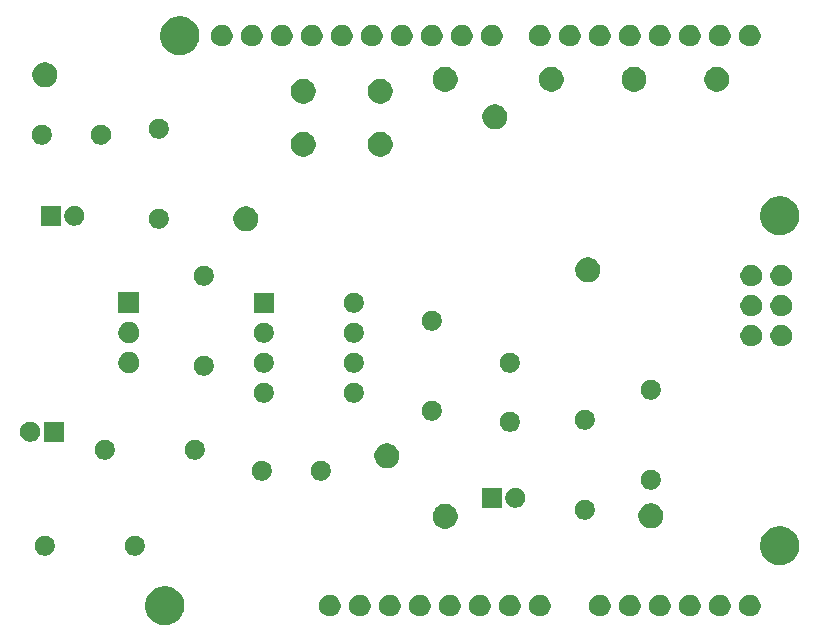
<source format=gbr>
%TF.GenerationSoftware,KiCad,Pcbnew,(5.1.5)-3*%
%TF.CreationDate,2020-05-16T01:35:25+02:00*%
%TF.ProjectId,DopplerShiftRadarModule,446f7070-6c65-4725-9368-696674526164,v1.1*%
%TF.SameCoordinates,Original*%
%TF.FileFunction,Soldermask,Bot*%
%TF.FilePolarity,Negative*%
%FSLAX46Y46*%
G04 Gerber Fmt 4.6, Leading zero omitted, Abs format (unit mm)*
G04 Created by KiCad (PCBNEW (5.1.5)-3) date 2020-05-16 01:35:25*
%MOMM*%
%LPD*%
G04 APERTURE LIST*
%ADD10C,0.100000*%
G04 APERTURE END LIST*
D10*
G36*
X96641256Y-128947298D02*
G01*
X96747579Y-128968447D01*
X97048042Y-129092903D01*
X97318451Y-129273585D01*
X97548415Y-129503549D01*
X97729097Y-129773958D01*
X97729098Y-129773960D01*
X97853553Y-130074422D01*
X97917000Y-130393389D01*
X97917000Y-130718611D01*
X97853553Y-131037578D01*
X97758766Y-131266416D01*
X97729097Y-131338042D01*
X97548415Y-131608451D01*
X97318451Y-131838415D01*
X97048042Y-132019097D01*
X96747579Y-132143553D01*
X96641256Y-132164702D01*
X96428611Y-132207000D01*
X96103389Y-132207000D01*
X95890744Y-132164702D01*
X95784421Y-132143553D01*
X95483958Y-132019097D01*
X95213549Y-131838415D01*
X94983585Y-131608451D01*
X94802903Y-131338042D01*
X94773235Y-131266416D01*
X94678447Y-131037578D01*
X94615000Y-130718611D01*
X94615000Y-130393389D01*
X94678447Y-130074422D01*
X94802902Y-129773960D01*
X94802903Y-129773958D01*
X94983585Y-129503549D01*
X95213549Y-129273585D01*
X95483958Y-129092903D01*
X95784421Y-128968447D01*
X95890744Y-128947298D01*
X96103389Y-128905000D01*
X96428611Y-128905000D01*
X96641256Y-128947298D01*
G37*
G36*
X113042778Y-129676547D02*
G01*
X113209224Y-129745491D01*
X113359022Y-129845583D01*
X113486417Y-129972978D01*
X113586509Y-130122776D01*
X113655453Y-130289222D01*
X113690600Y-130465918D01*
X113690600Y-130646082D01*
X113655453Y-130822778D01*
X113586509Y-130989224D01*
X113486417Y-131139022D01*
X113359022Y-131266417D01*
X113209224Y-131366509D01*
X113042778Y-131435453D01*
X112866082Y-131470600D01*
X112685918Y-131470600D01*
X112509222Y-131435453D01*
X112342776Y-131366509D01*
X112192978Y-131266417D01*
X112065583Y-131139022D01*
X111965491Y-130989224D01*
X111896547Y-130822778D01*
X111861400Y-130646082D01*
X111861400Y-130465918D01*
X111896547Y-130289222D01*
X111965491Y-130122776D01*
X112065583Y-129972978D01*
X112192978Y-129845583D01*
X112342776Y-129745491D01*
X112509222Y-129676547D01*
X112685918Y-129641400D01*
X112866082Y-129641400D01*
X113042778Y-129676547D01*
G37*
G36*
X133362778Y-129676547D02*
G01*
X133529224Y-129745491D01*
X133679022Y-129845583D01*
X133806417Y-129972978D01*
X133906509Y-130122776D01*
X133975453Y-130289222D01*
X134010600Y-130465918D01*
X134010600Y-130646082D01*
X133975453Y-130822778D01*
X133906509Y-130989224D01*
X133806417Y-131139022D01*
X133679022Y-131266417D01*
X133529224Y-131366509D01*
X133362778Y-131435453D01*
X133186082Y-131470600D01*
X133005918Y-131470600D01*
X132829222Y-131435453D01*
X132662776Y-131366509D01*
X132512978Y-131266417D01*
X132385583Y-131139022D01*
X132285491Y-130989224D01*
X132216547Y-130822778D01*
X132181400Y-130646082D01*
X132181400Y-130465918D01*
X132216547Y-130289222D01*
X132285491Y-130122776D01*
X132385583Y-129972978D01*
X132512978Y-129845583D01*
X132662776Y-129745491D01*
X132829222Y-129676547D01*
X133005918Y-129641400D01*
X133186082Y-129641400D01*
X133362778Y-129676547D01*
G37*
G36*
X128282778Y-129676547D02*
G01*
X128449224Y-129745491D01*
X128599022Y-129845583D01*
X128726417Y-129972978D01*
X128826509Y-130122776D01*
X128895453Y-130289222D01*
X128930600Y-130465918D01*
X128930600Y-130646082D01*
X128895453Y-130822778D01*
X128826509Y-130989224D01*
X128726417Y-131139022D01*
X128599022Y-131266417D01*
X128449224Y-131366509D01*
X128282778Y-131435453D01*
X128106082Y-131470600D01*
X127925918Y-131470600D01*
X127749222Y-131435453D01*
X127582776Y-131366509D01*
X127432978Y-131266417D01*
X127305583Y-131139022D01*
X127205491Y-130989224D01*
X127136547Y-130822778D01*
X127101400Y-130646082D01*
X127101400Y-130465918D01*
X127136547Y-130289222D01*
X127205491Y-130122776D01*
X127305583Y-129972978D01*
X127432978Y-129845583D01*
X127582776Y-129745491D01*
X127749222Y-129676547D01*
X127925918Y-129641400D01*
X128106082Y-129641400D01*
X128282778Y-129676547D01*
G37*
G36*
X125742778Y-129676547D02*
G01*
X125909224Y-129745491D01*
X126059022Y-129845583D01*
X126186417Y-129972978D01*
X126286509Y-130122776D01*
X126355453Y-130289222D01*
X126390600Y-130465918D01*
X126390600Y-130646082D01*
X126355453Y-130822778D01*
X126286509Y-130989224D01*
X126186417Y-131139022D01*
X126059022Y-131266417D01*
X125909224Y-131366509D01*
X125742778Y-131435453D01*
X125566082Y-131470600D01*
X125385918Y-131470600D01*
X125209222Y-131435453D01*
X125042776Y-131366509D01*
X124892978Y-131266417D01*
X124765583Y-131139022D01*
X124665491Y-130989224D01*
X124596547Y-130822778D01*
X124561400Y-130646082D01*
X124561400Y-130465918D01*
X124596547Y-130289222D01*
X124665491Y-130122776D01*
X124765583Y-129972978D01*
X124892978Y-129845583D01*
X125042776Y-129745491D01*
X125209222Y-129676547D01*
X125385918Y-129641400D01*
X125566082Y-129641400D01*
X125742778Y-129676547D01*
G37*
G36*
X123202778Y-129676547D02*
G01*
X123369224Y-129745491D01*
X123519022Y-129845583D01*
X123646417Y-129972978D01*
X123746509Y-130122776D01*
X123815453Y-130289222D01*
X123850600Y-130465918D01*
X123850600Y-130646082D01*
X123815453Y-130822778D01*
X123746509Y-130989224D01*
X123646417Y-131139022D01*
X123519022Y-131266417D01*
X123369224Y-131366509D01*
X123202778Y-131435453D01*
X123026082Y-131470600D01*
X122845918Y-131470600D01*
X122669222Y-131435453D01*
X122502776Y-131366509D01*
X122352978Y-131266417D01*
X122225583Y-131139022D01*
X122125491Y-130989224D01*
X122056547Y-130822778D01*
X122021400Y-130646082D01*
X122021400Y-130465918D01*
X122056547Y-130289222D01*
X122125491Y-130122776D01*
X122225583Y-129972978D01*
X122352978Y-129845583D01*
X122502776Y-129745491D01*
X122669222Y-129676547D01*
X122845918Y-129641400D01*
X123026082Y-129641400D01*
X123202778Y-129676547D01*
G37*
G36*
X120662778Y-129676547D02*
G01*
X120829224Y-129745491D01*
X120979022Y-129845583D01*
X121106417Y-129972978D01*
X121206509Y-130122776D01*
X121275453Y-130289222D01*
X121310600Y-130465918D01*
X121310600Y-130646082D01*
X121275453Y-130822778D01*
X121206509Y-130989224D01*
X121106417Y-131139022D01*
X120979022Y-131266417D01*
X120829224Y-131366509D01*
X120662778Y-131435453D01*
X120486082Y-131470600D01*
X120305918Y-131470600D01*
X120129222Y-131435453D01*
X119962776Y-131366509D01*
X119812978Y-131266417D01*
X119685583Y-131139022D01*
X119585491Y-130989224D01*
X119516547Y-130822778D01*
X119481400Y-130646082D01*
X119481400Y-130465918D01*
X119516547Y-130289222D01*
X119585491Y-130122776D01*
X119685583Y-129972978D01*
X119812978Y-129845583D01*
X119962776Y-129745491D01*
X120129222Y-129676547D01*
X120305918Y-129641400D01*
X120486082Y-129641400D01*
X120662778Y-129676547D01*
G37*
G36*
X118122778Y-129676547D02*
G01*
X118289224Y-129745491D01*
X118439022Y-129845583D01*
X118566417Y-129972978D01*
X118666509Y-130122776D01*
X118735453Y-130289222D01*
X118770600Y-130465918D01*
X118770600Y-130646082D01*
X118735453Y-130822778D01*
X118666509Y-130989224D01*
X118566417Y-131139022D01*
X118439022Y-131266417D01*
X118289224Y-131366509D01*
X118122778Y-131435453D01*
X117946082Y-131470600D01*
X117765918Y-131470600D01*
X117589222Y-131435453D01*
X117422776Y-131366509D01*
X117272978Y-131266417D01*
X117145583Y-131139022D01*
X117045491Y-130989224D01*
X116976547Y-130822778D01*
X116941400Y-130646082D01*
X116941400Y-130465918D01*
X116976547Y-130289222D01*
X117045491Y-130122776D01*
X117145583Y-129972978D01*
X117272978Y-129845583D01*
X117422776Y-129745491D01*
X117589222Y-129676547D01*
X117765918Y-129641400D01*
X117946082Y-129641400D01*
X118122778Y-129676547D01*
G37*
G36*
X146062778Y-129676547D02*
G01*
X146229224Y-129745491D01*
X146379022Y-129845583D01*
X146506417Y-129972978D01*
X146606509Y-130122776D01*
X146675453Y-130289222D01*
X146710600Y-130465918D01*
X146710600Y-130646082D01*
X146675453Y-130822778D01*
X146606509Y-130989224D01*
X146506417Y-131139022D01*
X146379022Y-131266417D01*
X146229224Y-131366509D01*
X146062778Y-131435453D01*
X145886082Y-131470600D01*
X145705918Y-131470600D01*
X145529222Y-131435453D01*
X145362776Y-131366509D01*
X145212978Y-131266417D01*
X145085583Y-131139022D01*
X144985491Y-130989224D01*
X144916547Y-130822778D01*
X144881400Y-130646082D01*
X144881400Y-130465918D01*
X144916547Y-130289222D01*
X144985491Y-130122776D01*
X145085583Y-129972978D01*
X145212978Y-129845583D01*
X145362776Y-129745491D01*
X145529222Y-129676547D01*
X145705918Y-129641400D01*
X145886082Y-129641400D01*
X146062778Y-129676547D01*
G37*
G36*
X115582778Y-129676547D02*
G01*
X115749224Y-129745491D01*
X115899022Y-129845583D01*
X116026417Y-129972978D01*
X116126509Y-130122776D01*
X116195453Y-130289222D01*
X116230600Y-130465918D01*
X116230600Y-130646082D01*
X116195453Y-130822778D01*
X116126509Y-130989224D01*
X116026417Y-131139022D01*
X115899022Y-131266417D01*
X115749224Y-131366509D01*
X115582778Y-131435453D01*
X115406082Y-131470600D01*
X115225918Y-131470600D01*
X115049222Y-131435453D01*
X114882776Y-131366509D01*
X114732978Y-131266417D01*
X114605583Y-131139022D01*
X114505491Y-130989224D01*
X114436547Y-130822778D01*
X114401400Y-130646082D01*
X114401400Y-130465918D01*
X114436547Y-130289222D01*
X114505491Y-130122776D01*
X114605583Y-129972978D01*
X114732978Y-129845583D01*
X114882776Y-129745491D01*
X115049222Y-129676547D01*
X115225918Y-129641400D01*
X115406082Y-129641400D01*
X115582778Y-129676547D01*
G37*
G36*
X110502778Y-129676547D02*
G01*
X110669224Y-129745491D01*
X110819022Y-129845583D01*
X110946417Y-129972978D01*
X111046509Y-130122776D01*
X111115453Y-130289222D01*
X111150600Y-130465918D01*
X111150600Y-130646082D01*
X111115453Y-130822778D01*
X111046509Y-130989224D01*
X110946417Y-131139022D01*
X110819022Y-131266417D01*
X110669224Y-131366509D01*
X110502778Y-131435453D01*
X110326082Y-131470600D01*
X110145918Y-131470600D01*
X109969222Y-131435453D01*
X109802776Y-131366509D01*
X109652978Y-131266417D01*
X109525583Y-131139022D01*
X109425491Y-130989224D01*
X109356547Y-130822778D01*
X109321400Y-130646082D01*
X109321400Y-130465918D01*
X109356547Y-130289222D01*
X109425491Y-130122776D01*
X109525583Y-129972978D01*
X109652978Y-129845583D01*
X109802776Y-129745491D01*
X109969222Y-129676547D01*
X110145918Y-129641400D01*
X110326082Y-129641400D01*
X110502778Y-129676547D01*
G37*
G36*
X135902778Y-129676547D02*
G01*
X136069224Y-129745491D01*
X136219022Y-129845583D01*
X136346417Y-129972978D01*
X136446509Y-130122776D01*
X136515453Y-130289222D01*
X136550600Y-130465918D01*
X136550600Y-130646082D01*
X136515453Y-130822778D01*
X136446509Y-130989224D01*
X136346417Y-131139022D01*
X136219022Y-131266417D01*
X136069224Y-131366509D01*
X135902778Y-131435453D01*
X135726082Y-131470600D01*
X135545918Y-131470600D01*
X135369222Y-131435453D01*
X135202776Y-131366509D01*
X135052978Y-131266417D01*
X134925583Y-131139022D01*
X134825491Y-130989224D01*
X134756547Y-130822778D01*
X134721400Y-130646082D01*
X134721400Y-130465918D01*
X134756547Y-130289222D01*
X134825491Y-130122776D01*
X134925583Y-129972978D01*
X135052978Y-129845583D01*
X135202776Y-129745491D01*
X135369222Y-129676547D01*
X135545918Y-129641400D01*
X135726082Y-129641400D01*
X135902778Y-129676547D01*
G37*
G36*
X138442778Y-129676547D02*
G01*
X138609224Y-129745491D01*
X138759022Y-129845583D01*
X138886417Y-129972978D01*
X138986509Y-130122776D01*
X139055453Y-130289222D01*
X139090600Y-130465918D01*
X139090600Y-130646082D01*
X139055453Y-130822778D01*
X138986509Y-130989224D01*
X138886417Y-131139022D01*
X138759022Y-131266417D01*
X138609224Y-131366509D01*
X138442778Y-131435453D01*
X138266082Y-131470600D01*
X138085918Y-131470600D01*
X137909222Y-131435453D01*
X137742776Y-131366509D01*
X137592978Y-131266417D01*
X137465583Y-131139022D01*
X137365491Y-130989224D01*
X137296547Y-130822778D01*
X137261400Y-130646082D01*
X137261400Y-130465918D01*
X137296547Y-130289222D01*
X137365491Y-130122776D01*
X137465583Y-129972978D01*
X137592978Y-129845583D01*
X137742776Y-129745491D01*
X137909222Y-129676547D01*
X138085918Y-129641400D01*
X138266082Y-129641400D01*
X138442778Y-129676547D01*
G37*
G36*
X140982778Y-129676547D02*
G01*
X141149224Y-129745491D01*
X141299022Y-129845583D01*
X141426417Y-129972978D01*
X141526509Y-130122776D01*
X141595453Y-130289222D01*
X141630600Y-130465918D01*
X141630600Y-130646082D01*
X141595453Y-130822778D01*
X141526509Y-130989224D01*
X141426417Y-131139022D01*
X141299022Y-131266417D01*
X141149224Y-131366509D01*
X140982778Y-131435453D01*
X140806082Y-131470600D01*
X140625918Y-131470600D01*
X140449222Y-131435453D01*
X140282776Y-131366509D01*
X140132978Y-131266417D01*
X140005583Y-131139022D01*
X139905491Y-130989224D01*
X139836547Y-130822778D01*
X139801400Y-130646082D01*
X139801400Y-130465918D01*
X139836547Y-130289222D01*
X139905491Y-130122776D01*
X140005583Y-129972978D01*
X140132978Y-129845583D01*
X140282776Y-129745491D01*
X140449222Y-129676547D01*
X140625918Y-129641400D01*
X140806082Y-129641400D01*
X140982778Y-129676547D01*
G37*
G36*
X143522778Y-129676547D02*
G01*
X143689224Y-129745491D01*
X143839022Y-129845583D01*
X143966417Y-129972978D01*
X144066509Y-130122776D01*
X144135453Y-130289222D01*
X144170600Y-130465918D01*
X144170600Y-130646082D01*
X144135453Y-130822778D01*
X144066509Y-130989224D01*
X143966417Y-131139022D01*
X143839022Y-131266417D01*
X143689224Y-131366509D01*
X143522778Y-131435453D01*
X143346082Y-131470600D01*
X143165918Y-131470600D01*
X142989222Y-131435453D01*
X142822776Y-131366509D01*
X142672978Y-131266417D01*
X142545583Y-131139022D01*
X142445491Y-130989224D01*
X142376547Y-130822778D01*
X142341400Y-130646082D01*
X142341400Y-130465918D01*
X142376547Y-130289222D01*
X142445491Y-130122776D01*
X142545583Y-129972978D01*
X142672978Y-129845583D01*
X142822776Y-129745491D01*
X142989222Y-129676547D01*
X143165918Y-129641400D01*
X143346082Y-129641400D01*
X143522778Y-129676547D01*
G37*
G36*
X148711256Y-123867298D02*
G01*
X148817579Y-123888447D01*
X148957999Y-123946611D01*
X149112507Y-124010610D01*
X149118042Y-124012903D01*
X149388451Y-124193585D01*
X149618415Y-124423549D01*
X149799097Y-124693958D01*
X149898327Y-124933519D01*
X149923553Y-124994422D01*
X149987000Y-125313389D01*
X149987000Y-125638611D01*
X149969969Y-125724229D01*
X149923553Y-125957579D01*
X149799097Y-126258042D01*
X149618415Y-126528451D01*
X149388451Y-126758415D01*
X149118042Y-126939097D01*
X148817579Y-127063553D01*
X148711256Y-127084702D01*
X148498611Y-127127000D01*
X148173389Y-127127000D01*
X147960744Y-127084702D01*
X147854421Y-127063553D01*
X147553958Y-126939097D01*
X147283549Y-126758415D01*
X147053585Y-126528451D01*
X146872903Y-126258042D01*
X146748447Y-125957579D01*
X146702031Y-125724229D01*
X146685000Y-125638611D01*
X146685000Y-125313389D01*
X146748447Y-124994422D01*
X146773674Y-124933519D01*
X146872903Y-124693958D01*
X147053585Y-124423549D01*
X147283549Y-124193585D01*
X147553958Y-124012903D01*
X147559494Y-124010610D01*
X147714001Y-123946611D01*
X147854421Y-123888447D01*
X147960744Y-123867298D01*
X148173389Y-123825000D01*
X148498611Y-123825000D01*
X148711256Y-123867298D01*
G37*
G36*
X93974228Y-124657703D02*
G01*
X94129100Y-124721853D01*
X94268481Y-124814985D01*
X94387015Y-124933519D01*
X94480147Y-125072900D01*
X94544297Y-125227772D01*
X94577000Y-125392184D01*
X94577000Y-125559816D01*
X94544297Y-125724228D01*
X94480147Y-125879100D01*
X94387015Y-126018481D01*
X94268481Y-126137015D01*
X94129100Y-126230147D01*
X93974228Y-126294297D01*
X93809816Y-126327000D01*
X93642184Y-126327000D01*
X93477772Y-126294297D01*
X93322900Y-126230147D01*
X93183519Y-126137015D01*
X93064985Y-126018481D01*
X92971853Y-125879100D01*
X92907703Y-125724228D01*
X92875000Y-125559816D01*
X92875000Y-125392184D01*
X92907703Y-125227772D01*
X92971853Y-125072900D01*
X93064985Y-124933519D01*
X93183519Y-124814985D01*
X93322900Y-124721853D01*
X93477772Y-124657703D01*
X93642184Y-124625000D01*
X93809816Y-124625000D01*
X93974228Y-124657703D01*
G37*
G36*
X86354228Y-124657703D02*
G01*
X86509100Y-124721853D01*
X86648481Y-124814985D01*
X86767015Y-124933519D01*
X86860147Y-125072900D01*
X86924297Y-125227772D01*
X86957000Y-125392184D01*
X86957000Y-125559816D01*
X86924297Y-125724228D01*
X86860147Y-125879100D01*
X86767015Y-126018481D01*
X86648481Y-126137015D01*
X86509100Y-126230147D01*
X86354228Y-126294297D01*
X86189816Y-126327000D01*
X86022184Y-126327000D01*
X85857772Y-126294297D01*
X85702900Y-126230147D01*
X85563519Y-126137015D01*
X85444985Y-126018481D01*
X85351853Y-125879100D01*
X85287703Y-125724228D01*
X85255000Y-125559816D01*
X85255000Y-125392184D01*
X85287703Y-125227772D01*
X85351853Y-125072900D01*
X85444985Y-124933519D01*
X85563519Y-124814985D01*
X85702900Y-124721853D01*
X85857772Y-124657703D01*
X86022184Y-124625000D01*
X86189816Y-124625000D01*
X86354228Y-124657703D01*
G37*
G36*
X120306564Y-121989389D02*
G01*
X120497833Y-122068615D01*
X120497835Y-122068616D01*
X120669973Y-122183635D01*
X120816365Y-122330027D01*
X120888621Y-122438165D01*
X120931385Y-122502167D01*
X121010611Y-122693436D01*
X121051000Y-122896484D01*
X121051000Y-123103516D01*
X121010611Y-123306564D01*
X120931385Y-123497833D01*
X120931384Y-123497835D01*
X120816365Y-123669973D01*
X120669973Y-123816365D01*
X120497835Y-123931384D01*
X120497834Y-123931385D01*
X120497833Y-123931385D01*
X120306564Y-124010611D01*
X120103516Y-124051000D01*
X119896484Y-124051000D01*
X119693436Y-124010611D01*
X119502167Y-123931385D01*
X119502166Y-123931385D01*
X119502165Y-123931384D01*
X119330027Y-123816365D01*
X119183635Y-123669973D01*
X119068616Y-123497835D01*
X119068615Y-123497833D01*
X118989389Y-123306564D01*
X118949000Y-123103516D01*
X118949000Y-122896484D01*
X118989389Y-122693436D01*
X119068615Y-122502167D01*
X119111380Y-122438165D01*
X119183635Y-122330027D01*
X119330027Y-122183635D01*
X119502165Y-122068616D01*
X119502167Y-122068615D01*
X119693436Y-121989389D01*
X119896484Y-121949000D01*
X120103516Y-121949000D01*
X120306564Y-121989389D01*
G37*
G36*
X137720564Y-121925389D02*
G01*
X137875076Y-121989390D01*
X137911835Y-122004616D01*
X138083973Y-122119635D01*
X138230365Y-122266027D01*
X138282589Y-122344185D01*
X138345385Y-122438167D01*
X138424611Y-122629436D01*
X138465000Y-122832484D01*
X138465000Y-123039516D01*
X138424611Y-123242564D01*
X138398101Y-123306564D01*
X138345384Y-123433835D01*
X138230365Y-123605973D01*
X138083973Y-123752365D01*
X137911835Y-123867384D01*
X137911834Y-123867385D01*
X137911833Y-123867385D01*
X137720564Y-123946611D01*
X137517516Y-123987000D01*
X137310484Y-123987000D01*
X137107436Y-123946611D01*
X136916167Y-123867385D01*
X136916166Y-123867385D01*
X136916165Y-123867384D01*
X136744027Y-123752365D01*
X136597635Y-123605973D01*
X136482616Y-123433835D01*
X136429899Y-123306564D01*
X136403389Y-123242564D01*
X136363000Y-123039516D01*
X136363000Y-122832484D01*
X136403389Y-122629436D01*
X136482615Y-122438167D01*
X136545412Y-122344185D01*
X136597635Y-122266027D01*
X136744027Y-122119635D01*
X136916165Y-122004616D01*
X136952924Y-121989390D01*
X137107436Y-121925389D01*
X137310484Y-121885000D01*
X137517516Y-121885000D01*
X137720564Y-121925389D01*
G37*
G36*
X132074228Y-121609703D02*
G01*
X132229100Y-121673853D01*
X132368481Y-121766985D01*
X132487015Y-121885519D01*
X132580147Y-122024900D01*
X132644297Y-122179772D01*
X132677000Y-122344184D01*
X132677000Y-122511816D01*
X132644297Y-122676228D01*
X132580147Y-122831100D01*
X132487015Y-122970481D01*
X132368481Y-123089015D01*
X132229100Y-123182147D01*
X132074228Y-123246297D01*
X131909816Y-123279000D01*
X131742184Y-123279000D01*
X131577772Y-123246297D01*
X131422900Y-123182147D01*
X131283519Y-123089015D01*
X131164985Y-122970481D01*
X131071853Y-122831100D01*
X131007703Y-122676228D01*
X130975000Y-122511816D01*
X130975000Y-122344184D01*
X131007703Y-122179772D01*
X131071853Y-122024900D01*
X131164985Y-121885519D01*
X131283519Y-121766985D01*
X131422900Y-121673853D01*
X131577772Y-121609703D01*
X131742184Y-121577000D01*
X131909816Y-121577000D01*
X132074228Y-121609703D01*
G37*
G36*
X124803000Y-122263000D02*
G01*
X123101000Y-122263000D01*
X123101000Y-120561000D01*
X124803000Y-120561000D01*
X124803000Y-122263000D01*
G37*
G36*
X126200228Y-120593703D02*
G01*
X126355100Y-120657853D01*
X126494481Y-120750985D01*
X126613015Y-120869519D01*
X126706147Y-121008900D01*
X126770297Y-121163772D01*
X126803000Y-121328184D01*
X126803000Y-121495816D01*
X126770297Y-121660228D01*
X126706147Y-121815100D01*
X126613015Y-121954481D01*
X126494481Y-122073015D01*
X126355100Y-122166147D01*
X126200228Y-122230297D01*
X126035816Y-122263000D01*
X125868184Y-122263000D01*
X125703772Y-122230297D01*
X125548900Y-122166147D01*
X125409519Y-122073015D01*
X125290985Y-121954481D01*
X125197853Y-121815100D01*
X125133703Y-121660228D01*
X125101000Y-121495816D01*
X125101000Y-121328184D01*
X125133703Y-121163772D01*
X125197853Y-121008900D01*
X125290985Y-120869519D01*
X125409519Y-120750985D01*
X125548900Y-120657853D01*
X125703772Y-120593703D01*
X125868184Y-120561000D01*
X126035816Y-120561000D01*
X126200228Y-120593703D01*
G37*
G36*
X137662228Y-119069703D02*
G01*
X137817100Y-119133853D01*
X137956481Y-119226985D01*
X138075015Y-119345519D01*
X138168147Y-119484900D01*
X138232297Y-119639772D01*
X138265000Y-119804184D01*
X138265000Y-119971816D01*
X138232297Y-120136228D01*
X138168147Y-120291100D01*
X138075015Y-120430481D01*
X137956481Y-120549015D01*
X137817100Y-120642147D01*
X137662228Y-120706297D01*
X137497816Y-120739000D01*
X137330184Y-120739000D01*
X137165772Y-120706297D01*
X137010900Y-120642147D01*
X136871519Y-120549015D01*
X136752985Y-120430481D01*
X136659853Y-120291100D01*
X136595703Y-120136228D01*
X136563000Y-119971816D01*
X136563000Y-119804184D01*
X136595703Y-119639772D01*
X136659853Y-119484900D01*
X136752985Y-119345519D01*
X136871519Y-119226985D01*
X137010900Y-119133853D01*
X137165772Y-119069703D01*
X137330184Y-119037000D01*
X137497816Y-119037000D01*
X137662228Y-119069703D01*
G37*
G36*
X109722228Y-118307703D02*
G01*
X109877100Y-118371853D01*
X110016481Y-118464985D01*
X110135015Y-118583519D01*
X110228147Y-118722900D01*
X110292297Y-118877772D01*
X110325000Y-119042184D01*
X110325000Y-119209816D01*
X110292297Y-119374228D01*
X110228147Y-119529100D01*
X110135015Y-119668481D01*
X110016481Y-119787015D01*
X109877100Y-119880147D01*
X109722228Y-119944297D01*
X109557816Y-119977000D01*
X109390184Y-119977000D01*
X109225772Y-119944297D01*
X109070900Y-119880147D01*
X108931519Y-119787015D01*
X108812985Y-119668481D01*
X108719853Y-119529100D01*
X108655703Y-119374228D01*
X108623000Y-119209816D01*
X108623000Y-119042184D01*
X108655703Y-118877772D01*
X108719853Y-118722900D01*
X108812985Y-118583519D01*
X108931519Y-118464985D01*
X109070900Y-118371853D01*
X109225772Y-118307703D01*
X109390184Y-118275000D01*
X109557816Y-118275000D01*
X109722228Y-118307703D01*
G37*
G36*
X104722228Y-118307703D02*
G01*
X104877100Y-118371853D01*
X105016481Y-118464985D01*
X105135015Y-118583519D01*
X105228147Y-118722900D01*
X105292297Y-118877772D01*
X105325000Y-119042184D01*
X105325000Y-119209816D01*
X105292297Y-119374228D01*
X105228147Y-119529100D01*
X105135015Y-119668481D01*
X105016481Y-119787015D01*
X104877100Y-119880147D01*
X104722228Y-119944297D01*
X104557816Y-119977000D01*
X104390184Y-119977000D01*
X104225772Y-119944297D01*
X104070900Y-119880147D01*
X103931519Y-119787015D01*
X103812985Y-119668481D01*
X103719853Y-119529100D01*
X103655703Y-119374228D01*
X103623000Y-119209816D01*
X103623000Y-119042184D01*
X103655703Y-118877772D01*
X103719853Y-118722900D01*
X103812985Y-118583519D01*
X103931519Y-118464985D01*
X104070900Y-118371853D01*
X104225772Y-118307703D01*
X104390184Y-118275000D01*
X104557816Y-118275000D01*
X104722228Y-118307703D01*
G37*
G36*
X115368564Y-116845389D02*
G01*
X115559833Y-116924615D01*
X115559835Y-116924616D01*
X115731973Y-117039635D01*
X115878365Y-117186027D01*
X115930589Y-117264185D01*
X115993385Y-117358167D01*
X116072611Y-117549436D01*
X116113000Y-117752484D01*
X116113000Y-117959516D01*
X116072611Y-118162564D01*
X116012492Y-118307705D01*
X115993384Y-118353835D01*
X115878365Y-118525973D01*
X115731973Y-118672365D01*
X115559835Y-118787384D01*
X115559834Y-118787385D01*
X115559833Y-118787385D01*
X115368564Y-118866611D01*
X115165516Y-118907000D01*
X114958484Y-118907000D01*
X114755436Y-118866611D01*
X114564167Y-118787385D01*
X114564166Y-118787385D01*
X114564165Y-118787384D01*
X114392027Y-118672365D01*
X114245635Y-118525973D01*
X114130616Y-118353835D01*
X114111508Y-118307705D01*
X114051389Y-118162564D01*
X114011000Y-117959516D01*
X114011000Y-117752484D01*
X114051389Y-117549436D01*
X114130615Y-117358167D01*
X114193412Y-117264185D01*
X114245635Y-117186027D01*
X114392027Y-117039635D01*
X114564165Y-116924616D01*
X114564167Y-116924615D01*
X114755436Y-116845389D01*
X114958484Y-116805000D01*
X115165516Y-116805000D01*
X115368564Y-116845389D01*
G37*
G36*
X91434228Y-116529703D02*
G01*
X91589100Y-116593853D01*
X91728481Y-116686985D01*
X91847015Y-116805519D01*
X91940147Y-116944900D01*
X92004297Y-117099772D01*
X92037000Y-117264184D01*
X92037000Y-117431816D01*
X92004297Y-117596228D01*
X91940147Y-117751100D01*
X91847015Y-117890481D01*
X91728481Y-118009015D01*
X91589100Y-118102147D01*
X91434228Y-118166297D01*
X91269816Y-118199000D01*
X91102184Y-118199000D01*
X90937772Y-118166297D01*
X90782900Y-118102147D01*
X90643519Y-118009015D01*
X90524985Y-117890481D01*
X90431853Y-117751100D01*
X90367703Y-117596228D01*
X90335000Y-117431816D01*
X90335000Y-117264184D01*
X90367703Y-117099772D01*
X90431853Y-116944900D01*
X90524985Y-116805519D01*
X90643519Y-116686985D01*
X90782900Y-116593853D01*
X90937772Y-116529703D01*
X91102184Y-116497000D01*
X91269816Y-116497000D01*
X91434228Y-116529703D01*
G37*
G36*
X99054228Y-116529703D02*
G01*
X99209100Y-116593853D01*
X99348481Y-116686985D01*
X99467015Y-116805519D01*
X99560147Y-116944900D01*
X99624297Y-117099772D01*
X99657000Y-117264184D01*
X99657000Y-117431816D01*
X99624297Y-117596228D01*
X99560147Y-117751100D01*
X99467015Y-117890481D01*
X99348481Y-118009015D01*
X99209100Y-118102147D01*
X99054228Y-118166297D01*
X98889816Y-118199000D01*
X98722184Y-118199000D01*
X98557772Y-118166297D01*
X98402900Y-118102147D01*
X98263519Y-118009015D01*
X98144985Y-117890481D01*
X98051853Y-117751100D01*
X97987703Y-117596228D01*
X97955000Y-117431816D01*
X97955000Y-117264184D01*
X97987703Y-117099772D01*
X98051853Y-116944900D01*
X98144985Y-116805519D01*
X98263519Y-116686985D01*
X98402900Y-116593853D01*
X98557772Y-116529703D01*
X98722184Y-116497000D01*
X98889816Y-116497000D01*
X99054228Y-116529703D01*
G37*
G36*
X85116228Y-115005703D02*
G01*
X85271100Y-115069853D01*
X85410481Y-115162985D01*
X85529015Y-115281519D01*
X85622147Y-115420900D01*
X85686297Y-115575772D01*
X85719000Y-115740184D01*
X85719000Y-115907816D01*
X85686297Y-116072228D01*
X85622147Y-116227100D01*
X85529015Y-116366481D01*
X85410481Y-116485015D01*
X85271100Y-116578147D01*
X85116228Y-116642297D01*
X84951816Y-116675000D01*
X84784184Y-116675000D01*
X84619772Y-116642297D01*
X84464900Y-116578147D01*
X84325519Y-116485015D01*
X84206985Y-116366481D01*
X84113853Y-116227100D01*
X84049703Y-116072228D01*
X84017000Y-115907816D01*
X84017000Y-115740184D01*
X84049703Y-115575772D01*
X84113853Y-115420900D01*
X84206985Y-115281519D01*
X84325519Y-115162985D01*
X84464900Y-115069853D01*
X84619772Y-115005703D01*
X84784184Y-114973000D01*
X84951816Y-114973000D01*
X85116228Y-115005703D01*
G37*
G36*
X87719000Y-116675000D02*
G01*
X86017000Y-116675000D01*
X86017000Y-114973000D01*
X87719000Y-114973000D01*
X87719000Y-116675000D01*
G37*
G36*
X125724228Y-114163703D02*
G01*
X125879100Y-114227853D01*
X126018481Y-114320985D01*
X126137015Y-114439519D01*
X126230147Y-114578900D01*
X126294297Y-114733772D01*
X126327000Y-114898184D01*
X126327000Y-115065816D01*
X126294297Y-115230228D01*
X126230147Y-115385100D01*
X126137015Y-115524481D01*
X126018481Y-115643015D01*
X125879100Y-115736147D01*
X125724228Y-115800297D01*
X125559816Y-115833000D01*
X125392184Y-115833000D01*
X125227772Y-115800297D01*
X125072900Y-115736147D01*
X124933519Y-115643015D01*
X124814985Y-115524481D01*
X124721853Y-115385100D01*
X124657703Y-115230228D01*
X124625000Y-115065816D01*
X124625000Y-114898184D01*
X124657703Y-114733772D01*
X124721853Y-114578900D01*
X124814985Y-114439519D01*
X124933519Y-114320985D01*
X125072900Y-114227853D01*
X125227772Y-114163703D01*
X125392184Y-114131000D01*
X125559816Y-114131000D01*
X125724228Y-114163703D01*
G37*
G36*
X132074228Y-113989703D02*
G01*
X132229100Y-114053853D01*
X132368481Y-114146985D01*
X132487015Y-114265519D01*
X132580147Y-114404900D01*
X132644297Y-114559772D01*
X132677000Y-114724184D01*
X132677000Y-114891816D01*
X132644297Y-115056228D01*
X132580147Y-115211100D01*
X132487015Y-115350481D01*
X132368481Y-115469015D01*
X132229100Y-115562147D01*
X132074228Y-115626297D01*
X131909816Y-115659000D01*
X131742184Y-115659000D01*
X131577772Y-115626297D01*
X131422900Y-115562147D01*
X131283519Y-115469015D01*
X131164985Y-115350481D01*
X131071853Y-115211100D01*
X131007703Y-115056228D01*
X130975000Y-114891816D01*
X130975000Y-114724184D01*
X131007703Y-114559772D01*
X131071853Y-114404900D01*
X131164985Y-114265519D01*
X131283519Y-114146985D01*
X131422900Y-114053853D01*
X131577772Y-113989703D01*
X131742184Y-113957000D01*
X131909816Y-113957000D01*
X132074228Y-113989703D01*
G37*
G36*
X119120228Y-113227703D02*
G01*
X119275100Y-113291853D01*
X119414481Y-113384985D01*
X119533015Y-113503519D01*
X119626147Y-113642900D01*
X119690297Y-113797772D01*
X119723000Y-113962184D01*
X119723000Y-114129816D01*
X119690297Y-114294228D01*
X119626147Y-114449100D01*
X119533015Y-114588481D01*
X119414481Y-114707015D01*
X119275100Y-114800147D01*
X119120228Y-114864297D01*
X118955816Y-114897000D01*
X118788184Y-114897000D01*
X118623772Y-114864297D01*
X118468900Y-114800147D01*
X118329519Y-114707015D01*
X118210985Y-114588481D01*
X118117853Y-114449100D01*
X118053703Y-114294228D01*
X118021000Y-114129816D01*
X118021000Y-113962184D01*
X118053703Y-113797772D01*
X118117853Y-113642900D01*
X118210985Y-113503519D01*
X118329519Y-113384985D01*
X118468900Y-113291853D01*
X118623772Y-113227703D01*
X118788184Y-113195000D01*
X118955816Y-113195000D01*
X119120228Y-113227703D01*
G37*
G36*
X104896228Y-111703703D02*
G01*
X105051100Y-111767853D01*
X105190481Y-111860985D01*
X105309015Y-111979519D01*
X105402147Y-112118900D01*
X105466297Y-112273772D01*
X105499000Y-112438184D01*
X105499000Y-112605816D01*
X105466297Y-112770228D01*
X105402147Y-112925100D01*
X105309015Y-113064481D01*
X105190481Y-113183015D01*
X105051100Y-113276147D01*
X104896228Y-113340297D01*
X104731816Y-113373000D01*
X104564184Y-113373000D01*
X104399772Y-113340297D01*
X104244900Y-113276147D01*
X104105519Y-113183015D01*
X103986985Y-113064481D01*
X103893853Y-112925100D01*
X103829703Y-112770228D01*
X103797000Y-112605816D01*
X103797000Y-112438184D01*
X103829703Y-112273772D01*
X103893853Y-112118900D01*
X103986985Y-111979519D01*
X104105519Y-111860985D01*
X104244900Y-111767853D01*
X104399772Y-111703703D01*
X104564184Y-111671000D01*
X104731816Y-111671000D01*
X104896228Y-111703703D01*
G37*
G36*
X112516228Y-111703703D02*
G01*
X112671100Y-111767853D01*
X112810481Y-111860985D01*
X112929015Y-111979519D01*
X113022147Y-112118900D01*
X113086297Y-112273772D01*
X113119000Y-112438184D01*
X113119000Y-112605816D01*
X113086297Y-112770228D01*
X113022147Y-112925100D01*
X112929015Y-113064481D01*
X112810481Y-113183015D01*
X112671100Y-113276147D01*
X112516228Y-113340297D01*
X112351816Y-113373000D01*
X112184184Y-113373000D01*
X112019772Y-113340297D01*
X111864900Y-113276147D01*
X111725519Y-113183015D01*
X111606985Y-113064481D01*
X111513853Y-112925100D01*
X111449703Y-112770228D01*
X111417000Y-112605816D01*
X111417000Y-112438184D01*
X111449703Y-112273772D01*
X111513853Y-112118900D01*
X111606985Y-111979519D01*
X111725519Y-111860985D01*
X111864900Y-111767853D01*
X112019772Y-111703703D01*
X112184184Y-111671000D01*
X112351816Y-111671000D01*
X112516228Y-111703703D01*
G37*
G36*
X137662228Y-111449703D02*
G01*
X137817100Y-111513853D01*
X137956481Y-111606985D01*
X138075015Y-111725519D01*
X138168147Y-111864900D01*
X138232297Y-112019772D01*
X138265000Y-112184184D01*
X138265000Y-112351816D01*
X138232297Y-112516228D01*
X138168147Y-112671100D01*
X138075015Y-112810481D01*
X137956481Y-112929015D01*
X137817100Y-113022147D01*
X137662228Y-113086297D01*
X137497816Y-113119000D01*
X137330184Y-113119000D01*
X137165772Y-113086297D01*
X137010900Y-113022147D01*
X136871519Y-112929015D01*
X136752985Y-112810481D01*
X136659853Y-112671100D01*
X136595703Y-112516228D01*
X136563000Y-112351816D01*
X136563000Y-112184184D01*
X136595703Y-112019772D01*
X136659853Y-111864900D01*
X136752985Y-111725519D01*
X136871519Y-111606985D01*
X137010900Y-111513853D01*
X137165772Y-111449703D01*
X137330184Y-111417000D01*
X137497816Y-111417000D01*
X137662228Y-111449703D01*
G37*
G36*
X99816228Y-109417703D02*
G01*
X99971100Y-109481853D01*
X100110481Y-109574985D01*
X100229015Y-109693519D01*
X100322147Y-109832900D01*
X100386297Y-109987772D01*
X100419000Y-110152184D01*
X100419000Y-110319816D01*
X100386297Y-110484228D01*
X100322147Y-110639100D01*
X100229015Y-110778481D01*
X100110481Y-110897015D01*
X99971100Y-110990147D01*
X99816228Y-111054297D01*
X99651816Y-111087000D01*
X99484184Y-111087000D01*
X99319772Y-111054297D01*
X99164900Y-110990147D01*
X99025519Y-110897015D01*
X98906985Y-110778481D01*
X98813853Y-110639100D01*
X98749703Y-110484228D01*
X98717000Y-110319816D01*
X98717000Y-110152184D01*
X98749703Y-109987772D01*
X98813853Y-109832900D01*
X98906985Y-109693519D01*
X99025519Y-109574985D01*
X99164900Y-109481853D01*
X99319772Y-109417703D01*
X99484184Y-109385000D01*
X99651816Y-109385000D01*
X99816228Y-109417703D01*
G37*
G36*
X93331512Y-109085927D02*
G01*
X93480812Y-109115624D01*
X93644784Y-109183544D01*
X93792354Y-109282147D01*
X93917853Y-109407646D01*
X94016456Y-109555216D01*
X94084376Y-109719188D01*
X94119000Y-109893259D01*
X94119000Y-110070741D01*
X94084376Y-110244812D01*
X94016456Y-110408784D01*
X93917853Y-110556354D01*
X93792354Y-110681853D01*
X93644784Y-110780456D01*
X93480812Y-110848376D01*
X93331512Y-110878073D01*
X93306742Y-110883000D01*
X93129258Y-110883000D01*
X93104488Y-110878073D01*
X92955188Y-110848376D01*
X92791216Y-110780456D01*
X92643646Y-110681853D01*
X92518147Y-110556354D01*
X92419544Y-110408784D01*
X92351624Y-110244812D01*
X92317000Y-110070741D01*
X92317000Y-109893259D01*
X92351624Y-109719188D01*
X92419544Y-109555216D01*
X92518147Y-109407646D01*
X92643646Y-109282147D01*
X92791216Y-109183544D01*
X92955188Y-109115624D01*
X93104488Y-109085927D01*
X93129258Y-109081000D01*
X93306742Y-109081000D01*
X93331512Y-109085927D01*
G37*
G36*
X125724228Y-109163703D02*
G01*
X125879100Y-109227853D01*
X126018481Y-109320985D01*
X126137015Y-109439519D01*
X126230147Y-109578900D01*
X126294297Y-109733772D01*
X126327000Y-109898184D01*
X126327000Y-110065816D01*
X126294297Y-110230228D01*
X126230147Y-110385100D01*
X126137015Y-110524481D01*
X126018481Y-110643015D01*
X125879100Y-110736147D01*
X125724228Y-110800297D01*
X125559816Y-110833000D01*
X125392184Y-110833000D01*
X125227772Y-110800297D01*
X125072900Y-110736147D01*
X124933519Y-110643015D01*
X124814985Y-110524481D01*
X124721853Y-110385100D01*
X124657703Y-110230228D01*
X124625000Y-110065816D01*
X124625000Y-109898184D01*
X124657703Y-109733772D01*
X124721853Y-109578900D01*
X124814985Y-109439519D01*
X124933519Y-109320985D01*
X125072900Y-109227853D01*
X125227772Y-109163703D01*
X125392184Y-109131000D01*
X125559816Y-109131000D01*
X125724228Y-109163703D01*
G37*
G36*
X112516228Y-109163703D02*
G01*
X112671100Y-109227853D01*
X112810481Y-109320985D01*
X112929015Y-109439519D01*
X113022147Y-109578900D01*
X113086297Y-109733772D01*
X113119000Y-109898184D01*
X113119000Y-110065816D01*
X113086297Y-110230228D01*
X113022147Y-110385100D01*
X112929015Y-110524481D01*
X112810481Y-110643015D01*
X112671100Y-110736147D01*
X112516228Y-110800297D01*
X112351816Y-110833000D01*
X112184184Y-110833000D01*
X112019772Y-110800297D01*
X111864900Y-110736147D01*
X111725519Y-110643015D01*
X111606985Y-110524481D01*
X111513853Y-110385100D01*
X111449703Y-110230228D01*
X111417000Y-110065816D01*
X111417000Y-109898184D01*
X111449703Y-109733772D01*
X111513853Y-109578900D01*
X111606985Y-109439519D01*
X111725519Y-109320985D01*
X111864900Y-109227853D01*
X112019772Y-109163703D01*
X112184184Y-109131000D01*
X112351816Y-109131000D01*
X112516228Y-109163703D01*
G37*
G36*
X104896228Y-109163703D02*
G01*
X105051100Y-109227853D01*
X105190481Y-109320985D01*
X105309015Y-109439519D01*
X105402147Y-109578900D01*
X105466297Y-109733772D01*
X105499000Y-109898184D01*
X105499000Y-110065816D01*
X105466297Y-110230228D01*
X105402147Y-110385100D01*
X105309015Y-110524481D01*
X105190481Y-110643015D01*
X105051100Y-110736147D01*
X104896228Y-110800297D01*
X104731816Y-110833000D01*
X104564184Y-110833000D01*
X104399772Y-110800297D01*
X104244900Y-110736147D01*
X104105519Y-110643015D01*
X103986985Y-110524481D01*
X103893853Y-110385100D01*
X103829703Y-110230228D01*
X103797000Y-110065816D01*
X103797000Y-109898184D01*
X103829703Y-109733772D01*
X103893853Y-109578900D01*
X103986985Y-109439519D01*
X104105519Y-109320985D01*
X104244900Y-109227853D01*
X104399772Y-109163703D01*
X104564184Y-109131000D01*
X104731816Y-109131000D01*
X104896228Y-109163703D01*
G37*
G36*
X146189778Y-106816547D02*
G01*
X146356224Y-106885491D01*
X146506022Y-106985583D01*
X146633417Y-107112978D01*
X146733509Y-107262776D01*
X146802453Y-107429222D01*
X146837600Y-107605918D01*
X146837600Y-107786082D01*
X146802453Y-107962778D01*
X146733509Y-108129224D01*
X146633417Y-108279022D01*
X146506022Y-108406417D01*
X146356224Y-108506509D01*
X146189778Y-108575453D01*
X146013082Y-108610600D01*
X145832918Y-108610600D01*
X145656222Y-108575453D01*
X145489776Y-108506509D01*
X145339978Y-108406417D01*
X145212583Y-108279022D01*
X145112491Y-108129224D01*
X145043547Y-107962778D01*
X145008400Y-107786082D01*
X145008400Y-107605918D01*
X145043547Y-107429222D01*
X145112491Y-107262776D01*
X145212583Y-107112978D01*
X145339978Y-106985583D01*
X145489776Y-106885491D01*
X145656222Y-106816547D01*
X145832918Y-106781400D01*
X146013082Y-106781400D01*
X146189778Y-106816547D01*
G37*
G36*
X148729778Y-106816547D02*
G01*
X148896224Y-106885491D01*
X149046022Y-106985583D01*
X149173417Y-107112978D01*
X149273509Y-107262776D01*
X149342453Y-107429222D01*
X149377600Y-107605918D01*
X149377600Y-107786082D01*
X149342453Y-107962778D01*
X149273509Y-108129224D01*
X149173417Y-108279022D01*
X149046022Y-108406417D01*
X148896224Y-108506509D01*
X148729778Y-108575453D01*
X148553082Y-108610600D01*
X148372918Y-108610600D01*
X148196222Y-108575453D01*
X148029776Y-108506509D01*
X147879978Y-108406417D01*
X147752583Y-108279022D01*
X147652491Y-108129224D01*
X147583547Y-107962778D01*
X147548400Y-107786082D01*
X147548400Y-107605918D01*
X147583547Y-107429222D01*
X147652491Y-107262776D01*
X147752583Y-107112978D01*
X147879978Y-106985583D01*
X148029776Y-106885491D01*
X148196222Y-106816547D01*
X148372918Y-106781400D01*
X148553082Y-106781400D01*
X148729778Y-106816547D01*
G37*
G36*
X93331512Y-106545927D02*
G01*
X93480812Y-106575624D01*
X93644784Y-106643544D01*
X93792354Y-106742147D01*
X93917853Y-106867646D01*
X94016456Y-107015216D01*
X94084376Y-107179188D01*
X94119000Y-107353259D01*
X94119000Y-107530741D01*
X94084376Y-107704812D01*
X94016456Y-107868784D01*
X93917853Y-108016354D01*
X93792354Y-108141853D01*
X93644784Y-108240456D01*
X93480812Y-108308376D01*
X93331512Y-108338073D01*
X93306742Y-108343000D01*
X93129258Y-108343000D01*
X93104488Y-108338073D01*
X92955188Y-108308376D01*
X92791216Y-108240456D01*
X92643646Y-108141853D01*
X92518147Y-108016354D01*
X92419544Y-107868784D01*
X92351624Y-107704812D01*
X92317000Y-107530741D01*
X92317000Y-107353259D01*
X92351624Y-107179188D01*
X92419544Y-107015216D01*
X92518147Y-106867646D01*
X92643646Y-106742147D01*
X92791216Y-106643544D01*
X92955188Y-106575624D01*
X93104488Y-106545927D01*
X93129258Y-106541000D01*
X93306742Y-106541000D01*
X93331512Y-106545927D01*
G37*
G36*
X112516228Y-106623703D02*
G01*
X112671100Y-106687853D01*
X112810481Y-106780985D01*
X112929015Y-106899519D01*
X113022147Y-107038900D01*
X113086297Y-107193772D01*
X113119000Y-107358184D01*
X113119000Y-107525816D01*
X113086297Y-107690228D01*
X113022147Y-107845100D01*
X112929015Y-107984481D01*
X112810481Y-108103015D01*
X112671100Y-108196147D01*
X112516228Y-108260297D01*
X112351816Y-108293000D01*
X112184184Y-108293000D01*
X112019772Y-108260297D01*
X111864900Y-108196147D01*
X111725519Y-108103015D01*
X111606985Y-107984481D01*
X111513853Y-107845100D01*
X111449703Y-107690228D01*
X111417000Y-107525816D01*
X111417000Y-107358184D01*
X111449703Y-107193772D01*
X111513853Y-107038900D01*
X111606985Y-106899519D01*
X111725519Y-106780985D01*
X111864900Y-106687853D01*
X112019772Y-106623703D01*
X112184184Y-106591000D01*
X112351816Y-106591000D01*
X112516228Y-106623703D01*
G37*
G36*
X104896228Y-106623703D02*
G01*
X105051100Y-106687853D01*
X105190481Y-106780985D01*
X105309015Y-106899519D01*
X105402147Y-107038900D01*
X105466297Y-107193772D01*
X105499000Y-107358184D01*
X105499000Y-107525816D01*
X105466297Y-107690228D01*
X105402147Y-107845100D01*
X105309015Y-107984481D01*
X105190481Y-108103015D01*
X105051100Y-108196147D01*
X104896228Y-108260297D01*
X104731816Y-108293000D01*
X104564184Y-108293000D01*
X104399772Y-108260297D01*
X104244900Y-108196147D01*
X104105519Y-108103015D01*
X103986985Y-107984481D01*
X103893853Y-107845100D01*
X103829703Y-107690228D01*
X103797000Y-107525816D01*
X103797000Y-107358184D01*
X103829703Y-107193772D01*
X103893853Y-107038900D01*
X103986985Y-106899519D01*
X104105519Y-106780985D01*
X104244900Y-106687853D01*
X104399772Y-106623703D01*
X104564184Y-106591000D01*
X104731816Y-106591000D01*
X104896228Y-106623703D01*
G37*
G36*
X119120228Y-105607703D02*
G01*
X119275100Y-105671853D01*
X119414481Y-105764985D01*
X119533015Y-105883519D01*
X119626147Y-106022900D01*
X119690297Y-106177772D01*
X119723000Y-106342184D01*
X119723000Y-106509816D01*
X119690297Y-106674228D01*
X119626147Y-106829100D01*
X119533015Y-106968481D01*
X119414481Y-107087015D01*
X119275100Y-107180147D01*
X119120228Y-107244297D01*
X118955816Y-107277000D01*
X118788184Y-107277000D01*
X118623772Y-107244297D01*
X118468900Y-107180147D01*
X118329519Y-107087015D01*
X118210985Y-106968481D01*
X118117853Y-106829100D01*
X118053703Y-106674228D01*
X118021000Y-106509816D01*
X118021000Y-106342184D01*
X118053703Y-106177772D01*
X118117853Y-106022900D01*
X118210985Y-105883519D01*
X118329519Y-105764985D01*
X118468900Y-105671853D01*
X118623772Y-105607703D01*
X118788184Y-105575000D01*
X118955816Y-105575000D01*
X119120228Y-105607703D01*
G37*
G36*
X146189778Y-104276547D02*
G01*
X146356224Y-104345491D01*
X146506022Y-104445583D01*
X146633417Y-104572978D01*
X146733509Y-104722776D01*
X146802453Y-104889222D01*
X146837600Y-105065918D01*
X146837600Y-105246082D01*
X146802453Y-105422778D01*
X146733509Y-105589224D01*
X146633417Y-105739022D01*
X146506022Y-105866417D01*
X146356224Y-105966509D01*
X146189778Y-106035453D01*
X146013082Y-106070600D01*
X145832918Y-106070600D01*
X145656222Y-106035453D01*
X145489776Y-105966509D01*
X145339978Y-105866417D01*
X145212583Y-105739022D01*
X145112491Y-105589224D01*
X145043547Y-105422778D01*
X145008400Y-105246082D01*
X145008400Y-105065918D01*
X145043547Y-104889222D01*
X145112491Y-104722776D01*
X145212583Y-104572978D01*
X145339978Y-104445583D01*
X145489776Y-104345491D01*
X145656222Y-104276547D01*
X145832918Y-104241400D01*
X146013082Y-104241400D01*
X146189778Y-104276547D01*
G37*
G36*
X148729778Y-104276547D02*
G01*
X148896224Y-104345491D01*
X149046022Y-104445583D01*
X149173417Y-104572978D01*
X149273509Y-104722776D01*
X149342453Y-104889222D01*
X149377600Y-105065918D01*
X149377600Y-105246082D01*
X149342453Y-105422778D01*
X149273509Y-105589224D01*
X149173417Y-105739022D01*
X149046022Y-105866417D01*
X148896224Y-105966509D01*
X148729778Y-106035453D01*
X148553082Y-106070600D01*
X148372918Y-106070600D01*
X148196222Y-106035453D01*
X148029776Y-105966509D01*
X147879978Y-105866417D01*
X147752583Y-105739022D01*
X147652491Y-105589224D01*
X147583547Y-105422778D01*
X147548400Y-105246082D01*
X147548400Y-105065918D01*
X147583547Y-104889222D01*
X147652491Y-104722776D01*
X147752583Y-104572978D01*
X147879978Y-104445583D01*
X148029776Y-104345491D01*
X148196222Y-104276547D01*
X148372918Y-104241400D01*
X148553082Y-104241400D01*
X148729778Y-104276547D01*
G37*
G36*
X94119000Y-105803000D02*
G01*
X92317000Y-105803000D01*
X92317000Y-104001000D01*
X94119000Y-104001000D01*
X94119000Y-105803000D01*
G37*
G36*
X105499000Y-105753000D02*
G01*
X103797000Y-105753000D01*
X103797000Y-104051000D01*
X105499000Y-104051000D01*
X105499000Y-105753000D01*
G37*
G36*
X112516228Y-104083703D02*
G01*
X112671100Y-104147853D01*
X112810481Y-104240985D01*
X112929015Y-104359519D01*
X113022147Y-104498900D01*
X113086297Y-104653772D01*
X113119000Y-104818184D01*
X113119000Y-104985816D01*
X113086297Y-105150228D01*
X113022147Y-105305100D01*
X112929015Y-105444481D01*
X112810481Y-105563015D01*
X112671100Y-105656147D01*
X112516228Y-105720297D01*
X112351816Y-105753000D01*
X112184184Y-105753000D01*
X112019772Y-105720297D01*
X111864900Y-105656147D01*
X111725519Y-105563015D01*
X111606985Y-105444481D01*
X111513853Y-105305100D01*
X111449703Y-105150228D01*
X111417000Y-104985816D01*
X111417000Y-104818184D01*
X111449703Y-104653772D01*
X111513853Y-104498900D01*
X111606985Y-104359519D01*
X111725519Y-104240985D01*
X111864900Y-104147853D01*
X112019772Y-104083703D01*
X112184184Y-104051000D01*
X112351816Y-104051000D01*
X112516228Y-104083703D01*
G37*
G36*
X148729778Y-101736547D02*
G01*
X148896224Y-101805491D01*
X149046022Y-101905583D01*
X149173417Y-102032978D01*
X149273509Y-102182776D01*
X149342453Y-102349222D01*
X149377600Y-102525918D01*
X149377600Y-102706082D01*
X149342453Y-102882778D01*
X149273509Y-103049224D01*
X149173417Y-103199022D01*
X149046022Y-103326417D01*
X148896224Y-103426509D01*
X148729778Y-103495453D01*
X148553082Y-103530600D01*
X148372918Y-103530600D01*
X148196222Y-103495453D01*
X148029776Y-103426509D01*
X147879978Y-103326417D01*
X147752583Y-103199022D01*
X147652491Y-103049224D01*
X147583547Y-102882778D01*
X147548400Y-102706082D01*
X147548400Y-102525918D01*
X147583547Y-102349222D01*
X147652491Y-102182776D01*
X147752583Y-102032978D01*
X147879978Y-101905583D01*
X148029776Y-101805491D01*
X148196222Y-101736547D01*
X148372918Y-101701400D01*
X148553082Y-101701400D01*
X148729778Y-101736547D01*
G37*
G36*
X146189778Y-101736547D02*
G01*
X146356224Y-101805491D01*
X146506022Y-101905583D01*
X146633417Y-102032978D01*
X146733509Y-102182776D01*
X146802453Y-102349222D01*
X146837600Y-102525918D01*
X146837600Y-102706082D01*
X146802453Y-102882778D01*
X146733509Y-103049224D01*
X146633417Y-103199022D01*
X146506022Y-103326417D01*
X146356224Y-103426509D01*
X146189778Y-103495453D01*
X146013082Y-103530600D01*
X145832918Y-103530600D01*
X145656222Y-103495453D01*
X145489776Y-103426509D01*
X145339978Y-103326417D01*
X145212583Y-103199022D01*
X145112491Y-103049224D01*
X145043547Y-102882778D01*
X145008400Y-102706082D01*
X145008400Y-102525918D01*
X145043547Y-102349222D01*
X145112491Y-102182776D01*
X145212583Y-102032978D01*
X145339978Y-101905583D01*
X145489776Y-101805491D01*
X145656222Y-101736547D01*
X145832918Y-101701400D01*
X146013082Y-101701400D01*
X146189778Y-101736547D01*
G37*
G36*
X99816228Y-101797703D02*
G01*
X99971100Y-101861853D01*
X100110481Y-101954985D01*
X100229015Y-102073519D01*
X100322147Y-102212900D01*
X100386297Y-102367772D01*
X100419000Y-102532184D01*
X100419000Y-102699816D01*
X100386297Y-102864228D01*
X100322147Y-103019100D01*
X100229015Y-103158481D01*
X100110481Y-103277015D01*
X99971100Y-103370147D01*
X99816228Y-103434297D01*
X99651816Y-103467000D01*
X99484184Y-103467000D01*
X99319772Y-103434297D01*
X99164900Y-103370147D01*
X99025519Y-103277015D01*
X98906985Y-103158481D01*
X98813853Y-103019100D01*
X98749703Y-102864228D01*
X98717000Y-102699816D01*
X98717000Y-102532184D01*
X98749703Y-102367772D01*
X98813853Y-102212900D01*
X98906985Y-102073519D01*
X99025519Y-101954985D01*
X99164900Y-101861853D01*
X99319772Y-101797703D01*
X99484184Y-101765000D01*
X99651816Y-101765000D01*
X99816228Y-101797703D01*
G37*
G36*
X132386564Y-101097389D02*
G01*
X132577833Y-101176615D01*
X132577835Y-101176616D01*
X132749973Y-101291635D01*
X132896365Y-101438027D01*
X133011385Y-101610167D01*
X133090611Y-101801436D01*
X133131000Y-102004484D01*
X133131000Y-102211516D01*
X133090611Y-102414564D01*
X133044486Y-102525920D01*
X133011384Y-102605835D01*
X132896365Y-102777973D01*
X132749973Y-102924365D01*
X132577835Y-103039384D01*
X132577834Y-103039385D01*
X132577833Y-103039385D01*
X132386564Y-103118611D01*
X132183516Y-103159000D01*
X131976484Y-103159000D01*
X131773436Y-103118611D01*
X131582167Y-103039385D01*
X131582166Y-103039385D01*
X131582165Y-103039384D01*
X131410027Y-102924365D01*
X131263635Y-102777973D01*
X131148616Y-102605835D01*
X131115514Y-102525920D01*
X131069389Y-102414564D01*
X131029000Y-102211516D01*
X131029000Y-102004484D01*
X131069389Y-101801436D01*
X131148615Y-101610167D01*
X131263635Y-101438027D01*
X131410027Y-101291635D01*
X131582165Y-101176616D01*
X131582167Y-101176615D01*
X131773436Y-101097389D01*
X131976484Y-101057000D01*
X132183516Y-101057000D01*
X132386564Y-101097389D01*
G37*
G36*
X148711256Y-95927298D02*
G01*
X148817579Y-95948447D01*
X149118042Y-96072903D01*
X149388451Y-96253585D01*
X149618415Y-96483549D01*
X149799097Y-96753958D01*
X149915862Y-97035853D01*
X149923553Y-97054422D01*
X149987000Y-97373389D01*
X149987000Y-97698611D01*
X149969969Y-97784229D01*
X149923553Y-98017579D01*
X149799097Y-98318042D01*
X149618415Y-98588451D01*
X149388451Y-98818415D01*
X149118042Y-98999097D01*
X148817579Y-99123553D01*
X148711256Y-99144702D01*
X148498611Y-99187000D01*
X148173389Y-99187000D01*
X147960744Y-99144702D01*
X147854421Y-99123553D01*
X147553958Y-98999097D01*
X147283549Y-98818415D01*
X147053585Y-98588451D01*
X146872903Y-98318042D01*
X146748447Y-98017579D01*
X146702031Y-97784229D01*
X146685000Y-97698611D01*
X146685000Y-97373389D01*
X146748447Y-97054422D01*
X146756139Y-97035853D01*
X146872903Y-96753958D01*
X147053585Y-96483549D01*
X147283549Y-96253585D01*
X147553958Y-96072903D01*
X147854421Y-95948447D01*
X147960744Y-95927298D01*
X148173389Y-95885000D01*
X148498611Y-95885000D01*
X148711256Y-95927298D01*
G37*
G36*
X103430564Y-96779389D02*
G01*
X103621833Y-96858615D01*
X103621835Y-96858616D01*
X103793973Y-96973635D01*
X103940365Y-97120027D01*
X104052449Y-97287772D01*
X104055385Y-97292167D01*
X104134611Y-97483436D01*
X104175000Y-97686484D01*
X104175000Y-97893516D01*
X104134611Y-98096564D01*
X104093003Y-98197015D01*
X104055384Y-98287835D01*
X103940365Y-98459973D01*
X103793973Y-98606365D01*
X103621835Y-98721384D01*
X103621834Y-98721385D01*
X103621833Y-98721385D01*
X103430564Y-98800611D01*
X103227516Y-98841000D01*
X103020484Y-98841000D01*
X102817436Y-98800611D01*
X102626167Y-98721385D01*
X102626166Y-98721385D01*
X102626165Y-98721384D01*
X102454027Y-98606365D01*
X102307635Y-98459973D01*
X102192616Y-98287835D01*
X102154997Y-98197015D01*
X102113389Y-98096564D01*
X102073000Y-97893516D01*
X102073000Y-97686484D01*
X102113389Y-97483436D01*
X102192615Y-97292167D01*
X102195552Y-97287772D01*
X102307635Y-97120027D01*
X102454027Y-96973635D01*
X102626165Y-96858616D01*
X102626167Y-96858615D01*
X102817436Y-96779389D01*
X103020484Y-96739000D01*
X103227516Y-96739000D01*
X103430564Y-96779389D01*
G37*
G36*
X96006228Y-96971703D02*
G01*
X96161100Y-97035853D01*
X96300481Y-97128985D01*
X96419015Y-97247519D01*
X96512147Y-97386900D01*
X96576297Y-97541772D01*
X96609000Y-97706184D01*
X96609000Y-97873816D01*
X96576297Y-98038228D01*
X96512147Y-98193100D01*
X96419015Y-98332481D01*
X96300481Y-98451015D01*
X96161100Y-98544147D01*
X96006228Y-98608297D01*
X95841816Y-98641000D01*
X95674184Y-98641000D01*
X95509772Y-98608297D01*
X95354900Y-98544147D01*
X95215519Y-98451015D01*
X95096985Y-98332481D01*
X95003853Y-98193100D01*
X94939703Y-98038228D01*
X94907000Y-97873816D01*
X94907000Y-97706184D01*
X94939703Y-97541772D01*
X95003853Y-97386900D01*
X95096985Y-97247519D01*
X95215519Y-97128985D01*
X95354900Y-97035853D01*
X95509772Y-96971703D01*
X95674184Y-96939000D01*
X95841816Y-96939000D01*
X96006228Y-96971703D01*
G37*
G36*
X87465000Y-98387000D02*
G01*
X85763000Y-98387000D01*
X85763000Y-96685000D01*
X87465000Y-96685000D01*
X87465000Y-98387000D01*
G37*
G36*
X88862228Y-96717703D02*
G01*
X89017100Y-96781853D01*
X89156481Y-96874985D01*
X89275015Y-96993519D01*
X89368147Y-97132900D01*
X89432297Y-97287772D01*
X89465000Y-97452184D01*
X89465000Y-97619816D01*
X89432297Y-97784228D01*
X89368147Y-97939100D01*
X89275015Y-98078481D01*
X89156481Y-98197015D01*
X89017100Y-98290147D01*
X88862228Y-98354297D01*
X88697816Y-98387000D01*
X88530184Y-98387000D01*
X88365772Y-98354297D01*
X88210900Y-98290147D01*
X88071519Y-98197015D01*
X87952985Y-98078481D01*
X87859853Y-97939100D01*
X87795703Y-97784228D01*
X87763000Y-97619816D01*
X87763000Y-97452184D01*
X87795703Y-97287772D01*
X87859853Y-97132900D01*
X87952985Y-96993519D01*
X88071519Y-96874985D01*
X88210900Y-96781853D01*
X88365772Y-96717703D01*
X88530184Y-96685000D01*
X88697816Y-96685000D01*
X88862228Y-96717703D01*
G37*
G36*
X108306564Y-90489389D02*
G01*
X108497833Y-90568615D01*
X108497835Y-90568616D01*
X108669973Y-90683635D01*
X108816365Y-90830027D01*
X108922118Y-90988297D01*
X108931385Y-91002167D01*
X109010611Y-91193436D01*
X109051000Y-91396484D01*
X109051000Y-91603516D01*
X109010611Y-91806564D01*
X108931385Y-91997833D01*
X108931384Y-91997835D01*
X108816365Y-92169973D01*
X108669973Y-92316365D01*
X108497835Y-92431384D01*
X108497834Y-92431385D01*
X108497833Y-92431385D01*
X108306564Y-92510611D01*
X108103516Y-92551000D01*
X107896484Y-92551000D01*
X107693436Y-92510611D01*
X107502167Y-92431385D01*
X107502166Y-92431385D01*
X107502165Y-92431384D01*
X107330027Y-92316365D01*
X107183635Y-92169973D01*
X107068616Y-91997835D01*
X107068615Y-91997833D01*
X106989389Y-91806564D01*
X106949000Y-91603516D01*
X106949000Y-91396484D01*
X106989389Y-91193436D01*
X107068615Y-91002167D01*
X107077883Y-90988297D01*
X107183635Y-90830027D01*
X107330027Y-90683635D01*
X107502165Y-90568616D01*
X107502167Y-90568615D01*
X107693436Y-90489389D01*
X107896484Y-90449000D01*
X108103516Y-90449000D01*
X108306564Y-90489389D01*
G37*
G36*
X114806564Y-90489389D02*
G01*
X114997833Y-90568615D01*
X114997835Y-90568616D01*
X115169973Y-90683635D01*
X115316365Y-90830027D01*
X115422118Y-90988297D01*
X115431385Y-91002167D01*
X115510611Y-91193436D01*
X115551000Y-91396484D01*
X115551000Y-91603516D01*
X115510611Y-91806564D01*
X115431385Y-91997833D01*
X115431384Y-91997835D01*
X115316365Y-92169973D01*
X115169973Y-92316365D01*
X114997835Y-92431384D01*
X114997834Y-92431385D01*
X114997833Y-92431385D01*
X114806564Y-92510611D01*
X114603516Y-92551000D01*
X114396484Y-92551000D01*
X114193436Y-92510611D01*
X114002167Y-92431385D01*
X114002166Y-92431385D01*
X114002165Y-92431384D01*
X113830027Y-92316365D01*
X113683635Y-92169973D01*
X113568616Y-91997835D01*
X113568615Y-91997833D01*
X113489389Y-91806564D01*
X113449000Y-91603516D01*
X113449000Y-91396484D01*
X113489389Y-91193436D01*
X113568615Y-91002167D01*
X113577883Y-90988297D01*
X113683635Y-90830027D01*
X113830027Y-90683635D01*
X114002165Y-90568616D01*
X114002167Y-90568615D01*
X114193436Y-90489389D01*
X114396484Y-90449000D01*
X114603516Y-90449000D01*
X114806564Y-90489389D01*
G37*
G36*
X91100228Y-89859703D02*
G01*
X91255100Y-89923853D01*
X91394481Y-90016985D01*
X91513015Y-90135519D01*
X91606147Y-90274900D01*
X91670297Y-90429772D01*
X91703000Y-90594184D01*
X91703000Y-90761816D01*
X91670297Y-90926228D01*
X91606147Y-91081100D01*
X91513015Y-91220481D01*
X91394481Y-91339015D01*
X91255100Y-91432147D01*
X91100228Y-91496297D01*
X90935816Y-91529000D01*
X90768184Y-91529000D01*
X90603772Y-91496297D01*
X90448900Y-91432147D01*
X90309519Y-91339015D01*
X90190985Y-91220481D01*
X90097853Y-91081100D01*
X90033703Y-90926228D01*
X90001000Y-90761816D01*
X90001000Y-90594184D01*
X90033703Y-90429772D01*
X90097853Y-90274900D01*
X90190985Y-90135519D01*
X90309519Y-90016985D01*
X90448900Y-89923853D01*
X90603772Y-89859703D01*
X90768184Y-89827000D01*
X90935816Y-89827000D01*
X91100228Y-89859703D01*
G37*
G36*
X86100228Y-89859703D02*
G01*
X86255100Y-89923853D01*
X86394481Y-90016985D01*
X86513015Y-90135519D01*
X86606147Y-90274900D01*
X86670297Y-90429772D01*
X86703000Y-90594184D01*
X86703000Y-90761816D01*
X86670297Y-90926228D01*
X86606147Y-91081100D01*
X86513015Y-91220481D01*
X86394481Y-91339015D01*
X86255100Y-91432147D01*
X86100228Y-91496297D01*
X85935816Y-91529000D01*
X85768184Y-91529000D01*
X85603772Y-91496297D01*
X85448900Y-91432147D01*
X85309519Y-91339015D01*
X85190985Y-91220481D01*
X85097853Y-91081100D01*
X85033703Y-90926228D01*
X85001000Y-90761816D01*
X85001000Y-90594184D01*
X85033703Y-90429772D01*
X85097853Y-90274900D01*
X85190985Y-90135519D01*
X85309519Y-90016985D01*
X85448900Y-89923853D01*
X85603772Y-89859703D01*
X85768184Y-89827000D01*
X85935816Y-89827000D01*
X86100228Y-89859703D01*
G37*
G36*
X96006228Y-89351703D02*
G01*
X96161100Y-89415853D01*
X96300481Y-89508985D01*
X96419015Y-89627519D01*
X96512147Y-89766900D01*
X96576297Y-89921772D01*
X96609000Y-90086184D01*
X96609000Y-90253816D01*
X96576297Y-90418228D01*
X96512147Y-90573100D01*
X96419015Y-90712481D01*
X96300481Y-90831015D01*
X96161100Y-90924147D01*
X96006228Y-90988297D01*
X95841816Y-91021000D01*
X95674184Y-91021000D01*
X95509772Y-90988297D01*
X95354900Y-90924147D01*
X95215519Y-90831015D01*
X95096985Y-90712481D01*
X95003853Y-90573100D01*
X94939703Y-90418228D01*
X94907000Y-90253816D01*
X94907000Y-90086184D01*
X94939703Y-89921772D01*
X95003853Y-89766900D01*
X95096985Y-89627519D01*
X95215519Y-89508985D01*
X95354900Y-89415853D01*
X95509772Y-89351703D01*
X95674184Y-89319000D01*
X95841816Y-89319000D01*
X96006228Y-89351703D01*
G37*
G36*
X124512564Y-88143389D02*
G01*
X124703833Y-88222615D01*
X124703835Y-88222616D01*
X124875973Y-88337635D01*
X125022365Y-88484027D01*
X125137385Y-88656167D01*
X125216611Y-88847436D01*
X125257000Y-89050484D01*
X125257000Y-89257516D01*
X125216611Y-89460564D01*
X125196554Y-89508985D01*
X125137384Y-89651835D01*
X125022365Y-89823973D01*
X124875973Y-89970365D01*
X124703835Y-90085384D01*
X124703834Y-90085385D01*
X124703833Y-90085385D01*
X124512564Y-90164611D01*
X124309516Y-90205000D01*
X124102484Y-90205000D01*
X123899436Y-90164611D01*
X123708167Y-90085385D01*
X123708166Y-90085385D01*
X123708165Y-90085384D01*
X123536027Y-89970365D01*
X123389635Y-89823973D01*
X123274616Y-89651835D01*
X123215446Y-89508985D01*
X123195389Y-89460564D01*
X123155000Y-89257516D01*
X123155000Y-89050484D01*
X123195389Y-88847436D01*
X123274615Y-88656167D01*
X123389635Y-88484027D01*
X123536027Y-88337635D01*
X123708165Y-88222616D01*
X123708167Y-88222615D01*
X123899436Y-88143389D01*
X124102484Y-88103000D01*
X124309516Y-88103000D01*
X124512564Y-88143389D01*
G37*
G36*
X108306564Y-85989389D02*
G01*
X108497833Y-86068615D01*
X108497835Y-86068616D01*
X108669973Y-86183635D01*
X108816365Y-86330027D01*
X108928491Y-86497835D01*
X108931385Y-86502167D01*
X109010611Y-86693436D01*
X109051000Y-86896484D01*
X109051000Y-87103516D01*
X109010611Y-87306564D01*
X108931385Y-87497833D01*
X108931384Y-87497835D01*
X108816365Y-87669973D01*
X108669973Y-87816365D01*
X108497835Y-87931384D01*
X108497834Y-87931385D01*
X108497833Y-87931385D01*
X108306564Y-88010611D01*
X108103516Y-88051000D01*
X107896484Y-88051000D01*
X107693436Y-88010611D01*
X107502167Y-87931385D01*
X107502166Y-87931385D01*
X107502165Y-87931384D01*
X107330027Y-87816365D01*
X107183635Y-87669973D01*
X107068616Y-87497835D01*
X107068615Y-87497833D01*
X106989389Y-87306564D01*
X106949000Y-87103516D01*
X106949000Y-86896484D01*
X106989389Y-86693436D01*
X107068615Y-86502167D01*
X107071510Y-86497835D01*
X107183635Y-86330027D01*
X107330027Y-86183635D01*
X107502165Y-86068616D01*
X107502167Y-86068615D01*
X107693436Y-85989389D01*
X107896484Y-85949000D01*
X108103516Y-85949000D01*
X108306564Y-85989389D01*
G37*
G36*
X114806564Y-85989389D02*
G01*
X114997833Y-86068615D01*
X114997835Y-86068616D01*
X115169973Y-86183635D01*
X115316365Y-86330027D01*
X115428491Y-86497835D01*
X115431385Y-86502167D01*
X115510611Y-86693436D01*
X115551000Y-86896484D01*
X115551000Y-87103516D01*
X115510611Y-87306564D01*
X115431385Y-87497833D01*
X115431384Y-87497835D01*
X115316365Y-87669973D01*
X115169973Y-87816365D01*
X114997835Y-87931384D01*
X114997834Y-87931385D01*
X114997833Y-87931385D01*
X114806564Y-88010611D01*
X114603516Y-88051000D01*
X114396484Y-88051000D01*
X114193436Y-88010611D01*
X114002167Y-87931385D01*
X114002166Y-87931385D01*
X114002165Y-87931384D01*
X113830027Y-87816365D01*
X113683635Y-87669973D01*
X113568616Y-87497835D01*
X113568615Y-87497833D01*
X113489389Y-87306564D01*
X113449000Y-87103516D01*
X113449000Y-86896484D01*
X113489389Y-86693436D01*
X113568615Y-86502167D01*
X113571510Y-86497835D01*
X113683635Y-86330027D01*
X113830027Y-86183635D01*
X114002165Y-86068616D01*
X114002167Y-86068615D01*
X114193436Y-85989389D01*
X114396484Y-85949000D01*
X114603516Y-85949000D01*
X114806564Y-85989389D01*
G37*
G36*
X129306564Y-84989389D02*
G01*
X129497833Y-85068615D01*
X129497835Y-85068616D01*
X129669973Y-85183635D01*
X129816365Y-85330027D01*
X129926252Y-85494484D01*
X129931385Y-85502167D01*
X130010611Y-85693436D01*
X130051000Y-85896484D01*
X130051000Y-86103516D01*
X130010611Y-86306564D01*
X130000892Y-86330027D01*
X129931384Y-86497835D01*
X129816365Y-86669973D01*
X129669973Y-86816365D01*
X129497835Y-86931384D01*
X129497834Y-86931385D01*
X129497833Y-86931385D01*
X129306564Y-87010611D01*
X129103516Y-87051000D01*
X128896484Y-87051000D01*
X128693436Y-87010611D01*
X128502167Y-86931385D01*
X128502166Y-86931385D01*
X128502165Y-86931384D01*
X128330027Y-86816365D01*
X128183635Y-86669973D01*
X128068616Y-86497835D01*
X127999108Y-86330027D01*
X127989389Y-86306564D01*
X127949000Y-86103516D01*
X127949000Y-85896484D01*
X127989389Y-85693436D01*
X128068615Y-85502167D01*
X128073749Y-85494484D01*
X128183635Y-85330027D01*
X128330027Y-85183635D01*
X128502165Y-85068616D01*
X128502167Y-85068615D01*
X128693436Y-84989389D01*
X128896484Y-84949000D01*
X129103516Y-84949000D01*
X129306564Y-84989389D01*
G37*
G36*
X143306564Y-84989389D02*
G01*
X143497833Y-85068615D01*
X143497835Y-85068616D01*
X143669973Y-85183635D01*
X143816365Y-85330027D01*
X143926252Y-85494484D01*
X143931385Y-85502167D01*
X144010611Y-85693436D01*
X144051000Y-85896484D01*
X144051000Y-86103516D01*
X144010611Y-86306564D01*
X144000892Y-86330027D01*
X143931384Y-86497835D01*
X143816365Y-86669973D01*
X143669973Y-86816365D01*
X143497835Y-86931384D01*
X143497834Y-86931385D01*
X143497833Y-86931385D01*
X143306564Y-87010611D01*
X143103516Y-87051000D01*
X142896484Y-87051000D01*
X142693436Y-87010611D01*
X142502167Y-86931385D01*
X142502166Y-86931385D01*
X142502165Y-86931384D01*
X142330027Y-86816365D01*
X142183635Y-86669973D01*
X142068616Y-86497835D01*
X141999108Y-86330027D01*
X141989389Y-86306564D01*
X141949000Y-86103516D01*
X141949000Y-85896484D01*
X141989389Y-85693436D01*
X142068615Y-85502167D01*
X142073749Y-85494484D01*
X142183635Y-85330027D01*
X142330027Y-85183635D01*
X142502165Y-85068616D01*
X142502167Y-85068615D01*
X142693436Y-84989389D01*
X142896484Y-84949000D01*
X143103516Y-84949000D01*
X143306564Y-84989389D01*
G37*
G36*
X120306564Y-84989389D02*
G01*
X120497833Y-85068615D01*
X120497835Y-85068616D01*
X120669973Y-85183635D01*
X120816365Y-85330027D01*
X120926252Y-85494484D01*
X120931385Y-85502167D01*
X121010611Y-85693436D01*
X121051000Y-85896484D01*
X121051000Y-86103516D01*
X121010611Y-86306564D01*
X121000892Y-86330027D01*
X120931384Y-86497835D01*
X120816365Y-86669973D01*
X120669973Y-86816365D01*
X120497835Y-86931384D01*
X120497834Y-86931385D01*
X120497833Y-86931385D01*
X120306564Y-87010611D01*
X120103516Y-87051000D01*
X119896484Y-87051000D01*
X119693436Y-87010611D01*
X119502167Y-86931385D01*
X119502166Y-86931385D01*
X119502165Y-86931384D01*
X119330027Y-86816365D01*
X119183635Y-86669973D01*
X119068616Y-86497835D01*
X118999108Y-86330027D01*
X118989389Y-86306564D01*
X118949000Y-86103516D01*
X118949000Y-85896484D01*
X118989389Y-85693436D01*
X119068615Y-85502167D01*
X119073749Y-85494484D01*
X119183635Y-85330027D01*
X119330027Y-85183635D01*
X119502165Y-85068616D01*
X119502167Y-85068615D01*
X119693436Y-84989389D01*
X119896484Y-84949000D01*
X120103516Y-84949000D01*
X120306564Y-84989389D01*
G37*
G36*
X136306564Y-84989389D02*
G01*
X136497833Y-85068615D01*
X136497835Y-85068616D01*
X136669973Y-85183635D01*
X136816365Y-85330027D01*
X136926252Y-85494484D01*
X136931385Y-85502167D01*
X137010611Y-85693436D01*
X137051000Y-85896484D01*
X137051000Y-86103516D01*
X137010611Y-86306564D01*
X137000892Y-86330027D01*
X136931384Y-86497835D01*
X136816365Y-86669973D01*
X136669973Y-86816365D01*
X136497835Y-86931384D01*
X136497834Y-86931385D01*
X136497833Y-86931385D01*
X136306564Y-87010611D01*
X136103516Y-87051000D01*
X135896484Y-87051000D01*
X135693436Y-87010611D01*
X135502167Y-86931385D01*
X135502166Y-86931385D01*
X135502165Y-86931384D01*
X135330027Y-86816365D01*
X135183635Y-86669973D01*
X135068616Y-86497835D01*
X134999108Y-86330027D01*
X134989389Y-86306564D01*
X134949000Y-86103516D01*
X134949000Y-85896484D01*
X134989389Y-85693436D01*
X135068615Y-85502167D01*
X135073749Y-85494484D01*
X135183635Y-85330027D01*
X135330027Y-85183635D01*
X135502165Y-85068616D01*
X135502167Y-85068615D01*
X135693436Y-84989389D01*
X135896484Y-84949000D01*
X136103516Y-84949000D01*
X136306564Y-84989389D01*
G37*
G36*
X86412564Y-84587389D02*
G01*
X86603833Y-84666615D01*
X86603835Y-84666616D01*
X86775973Y-84781635D01*
X86922365Y-84928027D01*
X87016304Y-85068616D01*
X87037385Y-85100167D01*
X87116611Y-85291436D01*
X87157000Y-85494484D01*
X87157000Y-85701516D01*
X87116611Y-85904564D01*
X87037385Y-86095833D01*
X87037384Y-86095835D01*
X86922365Y-86267973D01*
X86775973Y-86414365D01*
X86603835Y-86529384D01*
X86603834Y-86529385D01*
X86603833Y-86529385D01*
X86412564Y-86608611D01*
X86209516Y-86649000D01*
X86002484Y-86649000D01*
X85799436Y-86608611D01*
X85608167Y-86529385D01*
X85608166Y-86529385D01*
X85608165Y-86529384D01*
X85436027Y-86414365D01*
X85289635Y-86267973D01*
X85174616Y-86095835D01*
X85174615Y-86095833D01*
X85095389Y-85904564D01*
X85055000Y-85701516D01*
X85055000Y-85494484D01*
X85095389Y-85291436D01*
X85174615Y-85100167D01*
X85195697Y-85068616D01*
X85289635Y-84928027D01*
X85436027Y-84781635D01*
X85608165Y-84666616D01*
X85608167Y-84666615D01*
X85799436Y-84587389D01*
X86002484Y-84547000D01*
X86209516Y-84547000D01*
X86412564Y-84587389D01*
G37*
G36*
X97911256Y-80687298D02*
G01*
X98017579Y-80708447D01*
X98318042Y-80832903D01*
X98588451Y-81013585D01*
X98818415Y-81243549D01*
X98999097Y-81513958D01*
X98999098Y-81513960D01*
X99123553Y-81814422D01*
X99187000Y-82133389D01*
X99187000Y-82458611D01*
X99123553Y-82777578D01*
X99028766Y-83006416D01*
X98999097Y-83078042D01*
X98818415Y-83348451D01*
X98588451Y-83578415D01*
X98318042Y-83759097D01*
X98017579Y-83883553D01*
X97911256Y-83904702D01*
X97698611Y-83947000D01*
X97373389Y-83947000D01*
X97160744Y-83904702D01*
X97054421Y-83883553D01*
X96753958Y-83759097D01*
X96483549Y-83578415D01*
X96253585Y-83348451D01*
X96072903Y-83078042D01*
X96043235Y-83006416D01*
X95948447Y-82777578D01*
X95885000Y-82458611D01*
X95885000Y-82133389D01*
X95948447Y-81814422D01*
X96072902Y-81513960D01*
X96072903Y-81513958D01*
X96253585Y-81243549D01*
X96483549Y-81013585D01*
X96753958Y-80832903D01*
X97054421Y-80708447D01*
X97160744Y-80687298D01*
X97373389Y-80645000D01*
X97698611Y-80645000D01*
X97911256Y-80687298D01*
G37*
G36*
X106438778Y-81416547D02*
G01*
X106605224Y-81485491D01*
X106755022Y-81585583D01*
X106882417Y-81712978D01*
X106982509Y-81862776D01*
X107051453Y-82029222D01*
X107086600Y-82205918D01*
X107086600Y-82386082D01*
X107051453Y-82562778D01*
X106982509Y-82729224D01*
X106882417Y-82879022D01*
X106755022Y-83006417D01*
X106605224Y-83106509D01*
X106438778Y-83175453D01*
X106262082Y-83210600D01*
X106081918Y-83210600D01*
X105905222Y-83175453D01*
X105738776Y-83106509D01*
X105588978Y-83006417D01*
X105461583Y-82879022D01*
X105361491Y-82729224D01*
X105292547Y-82562778D01*
X105257400Y-82386082D01*
X105257400Y-82205918D01*
X105292547Y-82029222D01*
X105361491Y-81862776D01*
X105461583Y-81712978D01*
X105588978Y-81585583D01*
X105738776Y-81485491D01*
X105905222Y-81416547D01*
X106081918Y-81381400D01*
X106262082Y-81381400D01*
X106438778Y-81416547D01*
G37*
G36*
X103898778Y-81416547D02*
G01*
X104065224Y-81485491D01*
X104215022Y-81585583D01*
X104342417Y-81712978D01*
X104442509Y-81862776D01*
X104511453Y-82029222D01*
X104546600Y-82205918D01*
X104546600Y-82386082D01*
X104511453Y-82562778D01*
X104442509Y-82729224D01*
X104342417Y-82879022D01*
X104215022Y-83006417D01*
X104065224Y-83106509D01*
X103898778Y-83175453D01*
X103722082Y-83210600D01*
X103541918Y-83210600D01*
X103365222Y-83175453D01*
X103198776Y-83106509D01*
X103048978Y-83006417D01*
X102921583Y-82879022D01*
X102821491Y-82729224D01*
X102752547Y-82562778D01*
X102717400Y-82386082D01*
X102717400Y-82205918D01*
X102752547Y-82029222D01*
X102821491Y-81862776D01*
X102921583Y-81712978D01*
X103048978Y-81585583D01*
X103198776Y-81485491D01*
X103365222Y-81416547D01*
X103541918Y-81381400D01*
X103722082Y-81381400D01*
X103898778Y-81416547D01*
G37*
G36*
X111518778Y-81416547D02*
G01*
X111685224Y-81485491D01*
X111835022Y-81585583D01*
X111962417Y-81712978D01*
X112062509Y-81862776D01*
X112131453Y-82029222D01*
X112166600Y-82205918D01*
X112166600Y-82386082D01*
X112131453Y-82562778D01*
X112062509Y-82729224D01*
X111962417Y-82879022D01*
X111835022Y-83006417D01*
X111685224Y-83106509D01*
X111518778Y-83175453D01*
X111342082Y-83210600D01*
X111161918Y-83210600D01*
X110985222Y-83175453D01*
X110818776Y-83106509D01*
X110668978Y-83006417D01*
X110541583Y-82879022D01*
X110441491Y-82729224D01*
X110372547Y-82562778D01*
X110337400Y-82386082D01*
X110337400Y-82205918D01*
X110372547Y-82029222D01*
X110441491Y-81862776D01*
X110541583Y-81712978D01*
X110668978Y-81585583D01*
X110818776Y-81485491D01*
X110985222Y-81416547D01*
X111161918Y-81381400D01*
X111342082Y-81381400D01*
X111518778Y-81416547D01*
G37*
G36*
X114058778Y-81416547D02*
G01*
X114225224Y-81485491D01*
X114375022Y-81585583D01*
X114502417Y-81712978D01*
X114602509Y-81862776D01*
X114671453Y-82029222D01*
X114706600Y-82205918D01*
X114706600Y-82386082D01*
X114671453Y-82562778D01*
X114602509Y-82729224D01*
X114502417Y-82879022D01*
X114375022Y-83006417D01*
X114225224Y-83106509D01*
X114058778Y-83175453D01*
X113882082Y-83210600D01*
X113701918Y-83210600D01*
X113525222Y-83175453D01*
X113358776Y-83106509D01*
X113208978Y-83006417D01*
X113081583Y-82879022D01*
X112981491Y-82729224D01*
X112912547Y-82562778D01*
X112877400Y-82386082D01*
X112877400Y-82205918D01*
X112912547Y-82029222D01*
X112981491Y-81862776D01*
X113081583Y-81712978D01*
X113208978Y-81585583D01*
X113358776Y-81485491D01*
X113525222Y-81416547D01*
X113701918Y-81381400D01*
X113882082Y-81381400D01*
X114058778Y-81416547D01*
G37*
G36*
X119138778Y-81416547D02*
G01*
X119305224Y-81485491D01*
X119455022Y-81585583D01*
X119582417Y-81712978D01*
X119682509Y-81862776D01*
X119751453Y-82029222D01*
X119786600Y-82205918D01*
X119786600Y-82386082D01*
X119751453Y-82562778D01*
X119682509Y-82729224D01*
X119582417Y-82879022D01*
X119455022Y-83006417D01*
X119305224Y-83106509D01*
X119138778Y-83175453D01*
X118962082Y-83210600D01*
X118781918Y-83210600D01*
X118605222Y-83175453D01*
X118438776Y-83106509D01*
X118288978Y-83006417D01*
X118161583Y-82879022D01*
X118061491Y-82729224D01*
X117992547Y-82562778D01*
X117957400Y-82386082D01*
X117957400Y-82205918D01*
X117992547Y-82029222D01*
X118061491Y-81862776D01*
X118161583Y-81712978D01*
X118288978Y-81585583D01*
X118438776Y-81485491D01*
X118605222Y-81416547D01*
X118781918Y-81381400D01*
X118962082Y-81381400D01*
X119138778Y-81416547D01*
G37*
G36*
X121678778Y-81416547D02*
G01*
X121845224Y-81485491D01*
X121995022Y-81585583D01*
X122122417Y-81712978D01*
X122222509Y-81862776D01*
X122291453Y-82029222D01*
X122326600Y-82205918D01*
X122326600Y-82386082D01*
X122291453Y-82562778D01*
X122222509Y-82729224D01*
X122122417Y-82879022D01*
X121995022Y-83006417D01*
X121845224Y-83106509D01*
X121678778Y-83175453D01*
X121502082Y-83210600D01*
X121321918Y-83210600D01*
X121145222Y-83175453D01*
X120978776Y-83106509D01*
X120828978Y-83006417D01*
X120701583Y-82879022D01*
X120601491Y-82729224D01*
X120532547Y-82562778D01*
X120497400Y-82386082D01*
X120497400Y-82205918D01*
X120532547Y-82029222D01*
X120601491Y-81862776D01*
X120701583Y-81712978D01*
X120828978Y-81585583D01*
X120978776Y-81485491D01*
X121145222Y-81416547D01*
X121321918Y-81381400D01*
X121502082Y-81381400D01*
X121678778Y-81416547D01*
G37*
G36*
X124218778Y-81416547D02*
G01*
X124385224Y-81485491D01*
X124535022Y-81585583D01*
X124662417Y-81712978D01*
X124762509Y-81862776D01*
X124831453Y-82029222D01*
X124866600Y-82205918D01*
X124866600Y-82386082D01*
X124831453Y-82562778D01*
X124762509Y-82729224D01*
X124662417Y-82879022D01*
X124535022Y-83006417D01*
X124385224Y-83106509D01*
X124218778Y-83175453D01*
X124042082Y-83210600D01*
X123861918Y-83210600D01*
X123685222Y-83175453D01*
X123518776Y-83106509D01*
X123368978Y-83006417D01*
X123241583Y-82879022D01*
X123141491Y-82729224D01*
X123072547Y-82562778D01*
X123037400Y-82386082D01*
X123037400Y-82205918D01*
X123072547Y-82029222D01*
X123141491Y-81862776D01*
X123241583Y-81712978D01*
X123368978Y-81585583D01*
X123518776Y-81485491D01*
X123685222Y-81416547D01*
X123861918Y-81381400D01*
X124042082Y-81381400D01*
X124218778Y-81416547D01*
G37*
G36*
X108978778Y-81416547D02*
G01*
X109145224Y-81485491D01*
X109295022Y-81585583D01*
X109422417Y-81712978D01*
X109522509Y-81862776D01*
X109591453Y-82029222D01*
X109626600Y-82205918D01*
X109626600Y-82386082D01*
X109591453Y-82562778D01*
X109522509Y-82729224D01*
X109422417Y-82879022D01*
X109295022Y-83006417D01*
X109145224Y-83106509D01*
X108978778Y-83175453D01*
X108802082Y-83210600D01*
X108621918Y-83210600D01*
X108445222Y-83175453D01*
X108278776Y-83106509D01*
X108128978Y-83006417D01*
X108001583Y-82879022D01*
X107901491Y-82729224D01*
X107832547Y-82562778D01*
X107797400Y-82386082D01*
X107797400Y-82205918D01*
X107832547Y-82029222D01*
X107901491Y-81862776D01*
X108001583Y-81712978D01*
X108128978Y-81585583D01*
X108278776Y-81485491D01*
X108445222Y-81416547D01*
X108621918Y-81381400D01*
X108802082Y-81381400D01*
X108978778Y-81416547D01*
G37*
G36*
X101358778Y-81416547D02*
G01*
X101525224Y-81485491D01*
X101675022Y-81585583D01*
X101802417Y-81712978D01*
X101902509Y-81862776D01*
X101971453Y-82029222D01*
X102006600Y-82205918D01*
X102006600Y-82386082D01*
X101971453Y-82562778D01*
X101902509Y-82729224D01*
X101802417Y-82879022D01*
X101675022Y-83006417D01*
X101525224Y-83106509D01*
X101358778Y-83175453D01*
X101182082Y-83210600D01*
X101001918Y-83210600D01*
X100825222Y-83175453D01*
X100658776Y-83106509D01*
X100508978Y-83006417D01*
X100381583Y-82879022D01*
X100281491Y-82729224D01*
X100212547Y-82562778D01*
X100177400Y-82386082D01*
X100177400Y-82205918D01*
X100212547Y-82029222D01*
X100281491Y-81862776D01*
X100381583Y-81712978D01*
X100508978Y-81585583D01*
X100658776Y-81485491D01*
X100825222Y-81416547D01*
X101001918Y-81381400D01*
X101182082Y-81381400D01*
X101358778Y-81416547D01*
G37*
G36*
X130822778Y-81416547D02*
G01*
X130989224Y-81485491D01*
X131139022Y-81585583D01*
X131266417Y-81712978D01*
X131366509Y-81862776D01*
X131435453Y-82029222D01*
X131470600Y-82205918D01*
X131470600Y-82386082D01*
X131435453Y-82562778D01*
X131366509Y-82729224D01*
X131266417Y-82879022D01*
X131139022Y-83006417D01*
X130989224Y-83106509D01*
X130822778Y-83175453D01*
X130646082Y-83210600D01*
X130465918Y-83210600D01*
X130289222Y-83175453D01*
X130122776Y-83106509D01*
X129972978Y-83006417D01*
X129845583Y-82879022D01*
X129745491Y-82729224D01*
X129676547Y-82562778D01*
X129641400Y-82386082D01*
X129641400Y-82205918D01*
X129676547Y-82029222D01*
X129745491Y-81862776D01*
X129845583Y-81712978D01*
X129972978Y-81585583D01*
X130122776Y-81485491D01*
X130289222Y-81416547D01*
X130465918Y-81381400D01*
X130646082Y-81381400D01*
X130822778Y-81416547D01*
G37*
G36*
X133362778Y-81416547D02*
G01*
X133529224Y-81485491D01*
X133679022Y-81585583D01*
X133806417Y-81712978D01*
X133906509Y-81862776D01*
X133975453Y-82029222D01*
X134010600Y-82205918D01*
X134010600Y-82386082D01*
X133975453Y-82562778D01*
X133906509Y-82729224D01*
X133806417Y-82879022D01*
X133679022Y-83006417D01*
X133529224Y-83106509D01*
X133362778Y-83175453D01*
X133186082Y-83210600D01*
X133005918Y-83210600D01*
X132829222Y-83175453D01*
X132662776Y-83106509D01*
X132512978Y-83006417D01*
X132385583Y-82879022D01*
X132285491Y-82729224D01*
X132216547Y-82562778D01*
X132181400Y-82386082D01*
X132181400Y-82205918D01*
X132216547Y-82029222D01*
X132285491Y-81862776D01*
X132385583Y-81712978D01*
X132512978Y-81585583D01*
X132662776Y-81485491D01*
X132829222Y-81416547D01*
X133005918Y-81381400D01*
X133186082Y-81381400D01*
X133362778Y-81416547D01*
G37*
G36*
X135902778Y-81416547D02*
G01*
X136069224Y-81485491D01*
X136219022Y-81585583D01*
X136346417Y-81712978D01*
X136446509Y-81862776D01*
X136515453Y-82029222D01*
X136550600Y-82205918D01*
X136550600Y-82386082D01*
X136515453Y-82562778D01*
X136446509Y-82729224D01*
X136346417Y-82879022D01*
X136219022Y-83006417D01*
X136069224Y-83106509D01*
X135902778Y-83175453D01*
X135726082Y-83210600D01*
X135545918Y-83210600D01*
X135369222Y-83175453D01*
X135202776Y-83106509D01*
X135052978Y-83006417D01*
X134925583Y-82879022D01*
X134825491Y-82729224D01*
X134756547Y-82562778D01*
X134721400Y-82386082D01*
X134721400Y-82205918D01*
X134756547Y-82029222D01*
X134825491Y-81862776D01*
X134925583Y-81712978D01*
X135052978Y-81585583D01*
X135202776Y-81485491D01*
X135369222Y-81416547D01*
X135545918Y-81381400D01*
X135726082Y-81381400D01*
X135902778Y-81416547D01*
G37*
G36*
X138442778Y-81416547D02*
G01*
X138609224Y-81485491D01*
X138759022Y-81585583D01*
X138886417Y-81712978D01*
X138986509Y-81862776D01*
X139055453Y-82029222D01*
X139090600Y-82205918D01*
X139090600Y-82386082D01*
X139055453Y-82562778D01*
X138986509Y-82729224D01*
X138886417Y-82879022D01*
X138759022Y-83006417D01*
X138609224Y-83106509D01*
X138442778Y-83175453D01*
X138266082Y-83210600D01*
X138085918Y-83210600D01*
X137909222Y-83175453D01*
X137742776Y-83106509D01*
X137592978Y-83006417D01*
X137465583Y-82879022D01*
X137365491Y-82729224D01*
X137296547Y-82562778D01*
X137261400Y-82386082D01*
X137261400Y-82205918D01*
X137296547Y-82029222D01*
X137365491Y-81862776D01*
X137465583Y-81712978D01*
X137592978Y-81585583D01*
X137742776Y-81485491D01*
X137909222Y-81416547D01*
X138085918Y-81381400D01*
X138266082Y-81381400D01*
X138442778Y-81416547D01*
G37*
G36*
X140982778Y-81416547D02*
G01*
X141149224Y-81485491D01*
X141299022Y-81585583D01*
X141426417Y-81712978D01*
X141526509Y-81862776D01*
X141595453Y-82029222D01*
X141630600Y-82205918D01*
X141630600Y-82386082D01*
X141595453Y-82562778D01*
X141526509Y-82729224D01*
X141426417Y-82879022D01*
X141299022Y-83006417D01*
X141149224Y-83106509D01*
X140982778Y-83175453D01*
X140806082Y-83210600D01*
X140625918Y-83210600D01*
X140449222Y-83175453D01*
X140282776Y-83106509D01*
X140132978Y-83006417D01*
X140005583Y-82879022D01*
X139905491Y-82729224D01*
X139836547Y-82562778D01*
X139801400Y-82386082D01*
X139801400Y-82205918D01*
X139836547Y-82029222D01*
X139905491Y-81862776D01*
X140005583Y-81712978D01*
X140132978Y-81585583D01*
X140282776Y-81485491D01*
X140449222Y-81416547D01*
X140625918Y-81381400D01*
X140806082Y-81381400D01*
X140982778Y-81416547D01*
G37*
G36*
X146062778Y-81416547D02*
G01*
X146229224Y-81485491D01*
X146379022Y-81585583D01*
X146506417Y-81712978D01*
X146606509Y-81862776D01*
X146675453Y-82029222D01*
X146710600Y-82205918D01*
X146710600Y-82386082D01*
X146675453Y-82562778D01*
X146606509Y-82729224D01*
X146506417Y-82879022D01*
X146379022Y-83006417D01*
X146229224Y-83106509D01*
X146062778Y-83175453D01*
X145886082Y-83210600D01*
X145705918Y-83210600D01*
X145529222Y-83175453D01*
X145362776Y-83106509D01*
X145212978Y-83006417D01*
X145085583Y-82879022D01*
X144985491Y-82729224D01*
X144916547Y-82562778D01*
X144881400Y-82386082D01*
X144881400Y-82205918D01*
X144916547Y-82029222D01*
X144985491Y-81862776D01*
X145085583Y-81712978D01*
X145212978Y-81585583D01*
X145362776Y-81485491D01*
X145529222Y-81416547D01*
X145705918Y-81381400D01*
X145886082Y-81381400D01*
X146062778Y-81416547D01*
G37*
G36*
X116598778Y-81416547D02*
G01*
X116765224Y-81485491D01*
X116915022Y-81585583D01*
X117042417Y-81712978D01*
X117142509Y-81862776D01*
X117211453Y-82029222D01*
X117246600Y-82205918D01*
X117246600Y-82386082D01*
X117211453Y-82562778D01*
X117142509Y-82729224D01*
X117042417Y-82879022D01*
X116915022Y-83006417D01*
X116765224Y-83106509D01*
X116598778Y-83175453D01*
X116422082Y-83210600D01*
X116241918Y-83210600D01*
X116065222Y-83175453D01*
X115898776Y-83106509D01*
X115748978Y-83006417D01*
X115621583Y-82879022D01*
X115521491Y-82729224D01*
X115452547Y-82562778D01*
X115417400Y-82386082D01*
X115417400Y-82205918D01*
X115452547Y-82029222D01*
X115521491Y-81862776D01*
X115621583Y-81712978D01*
X115748978Y-81585583D01*
X115898776Y-81485491D01*
X116065222Y-81416547D01*
X116241918Y-81381400D01*
X116422082Y-81381400D01*
X116598778Y-81416547D01*
G37*
G36*
X128282778Y-81416547D02*
G01*
X128449224Y-81485491D01*
X128599022Y-81585583D01*
X128726417Y-81712978D01*
X128826509Y-81862776D01*
X128895453Y-82029222D01*
X128930600Y-82205918D01*
X128930600Y-82386082D01*
X128895453Y-82562778D01*
X128826509Y-82729224D01*
X128726417Y-82879022D01*
X128599022Y-83006417D01*
X128449224Y-83106509D01*
X128282778Y-83175453D01*
X128106082Y-83210600D01*
X127925918Y-83210600D01*
X127749222Y-83175453D01*
X127582776Y-83106509D01*
X127432978Y-83006417D01*
X127305583Y-82879022D01*
X127205491Y-82729224D01*
X127136547Y-82562778D01*
X127101400Y-82386082D01*
X127101400Y-82205918D01*
X127136547Y-82029222D01*
X127205491Y-81862776D01*
X127305583Y-81712978D01*
X127432978Y-81585583D01*
X127582776Y-81485491D01*
X127749222Y-81416547D01*
X127925918Y-81381400D01*
X128106082Y-81381400D01*
X128282778Y-81416547D01*
G37*
G36*
X143522778Y-81416547D02*
G01*
X143689224Y-81485491D01*
X143839022Y-81585583D01*
X143966417Y-81712978D01*
X144066509Y-81862776D01*
X144135453Y-82029222D01*
X144170600Y-82205918D01*
X144170600Y-82386082D01*
X144135453Y-82562778D01*
X144066509Y-82729224D01*
X143966417Y-82879022D01*
X143839022Y-83006417D01*
X143689224Y-83106509D01*
X143522778Y-83175453D01*
X143346082Y-83210600D01*
X143165918Y-83210600D01*
X142989222Y-83175453D01*
X142822776Y-83106509D01*
X142672978Y-83006417D01*
X142545583Y-82879022D01*
X142445491Y-82729224D01*
X142376547Y-82562778D01*
X142341400Y-82386082D01*
X142341400Y-82205918D01*
X142376547Y-82029222D01*
X142445491Y-81862776D01*
X142545583Y-81712978D01*
X142672978Y-81585583D01*
X142822776Y-81485491D01*
X142989222Y-81416547D01*
X143165918Y-81381400D01*
X143346082Y-81381400D01*
X143522778Y-81416547D01*
G37*
M02*

</source>
